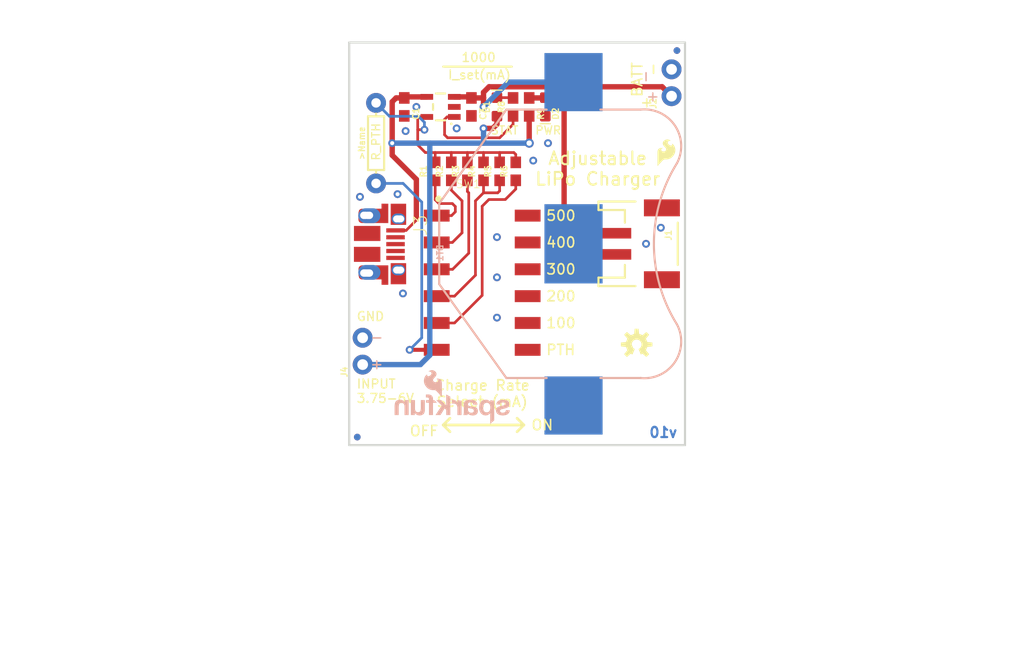
<source format=kicad_pcb>
(kicad_pcb (version 20171130) (host pcbnew "(5.1.12)-1")

  (general
    (thickness 1.6)
    (drawings 40)
    (tracks 126)
    (zones 0)
    (modules 28)
    (nets 20)
  )

  (page A4)
  (layers
    (0 Top signal)
    (31 Bottom signal)
    (32 B.Adhes user)
    (33 F.Adhes user)
    (34 B.Paste user)
    (35 F.Paste user)
    (36 B.SilkS user)
    (37 F.SilkS user)
    (38 B.Mask user)
    (39 F.Mask user)
    (40 Dwgs.User user)
    (41 Cmts.User user)
    (42 Eco1.User user)
    (43 Eco2.User user)
    (44 Edge.Cuts user)
    (45 Margin user)
    (46 B.CrtYd user)
    (47 F.CrtYd user)
    (48 B.Fab user)
    (49 F.Fab user)
  )

  (setup
    (last_trace_width 0.25)
    (trace_clearance 0.1778)
    (zone_clearance 0.508)
    (zone_45_only no)
    (trace_min 0.2)
    (via_size 0.8)
    (via_drill 0.4)
    (via_min_size 0.4)
    (via_min_drill 0.3)
    (uvia_size 0.3)
    (uvia_drill 0.1)
    (uvias_allowed no)
    (uvia_min_size 0.2)
    (uvia_min_drill 0.1)
    (edge_width 0.05)
    (segment_width 0.2)
    (pcb_text_width 0.3)
    (pcb_text_size 1.5 1.5)
    (mod_edge_width 0.12)
    (mod_text_size 1 1)
    (mod_text_width 0.15)
    (pad_size 1.524 1.524)
    (pad_drill 0.762)
    (pad_to_mask_clearance 0)
    (aux_axis_origin 0 0)
    (visible_elements FFFFFF7F)
    (pcbplotparams
      (layerselection 0x010fc_ffffffff)
      (usegerberextensions false)
      (usegerberattributes true)
      (usegerberadvancedattributes true)
      (creategerberjobfile true)
      (excludeedgelayer true)
      (linewidth 0.100000)
      (plotframeref false)
      (viasonmask false)
      (mode 1)
      (useauxorigin false)
      (hpglpennumber 1)
      (hpglpenspeed 20)
      (hpglpendiameter 15.000000)
      (psnegative false)
      (psa4output false)
      (plotreference true)
      (plotvalue true)
      (plotinvisibletext false)
      (padsonsilk false)
      (subtractmaskfromsilk false)
      (outputformat 1)
      (mirror false)
      (drillshape 1)
      (scaleselection 1)
      (outputdirectory ""))
  )

  (net 0 "")
  (net 1 GND)
  (net 2 V_BATT)
  (net 3 VCC)
  (net 4 "Net-(R7-PadP$1)")
  (net 5 "Net-(R6-Pad1)")
  (net 6 "Net-(R4-Pad1)")
  (net 7 "Net-(R3-Pad1)")
  (net 8 "Net-(R2-Pad1)")
  (net 9 "Net-(R1-Pad1)")
  (net 10 /PROG)
  (net 11 "Net-(R8-Pad1)")
  (net 12 "Net-(D1-PadC)")
  (net 13 "Net-(J1-PadNC2)")
  (net 14 "Net-(J1-PadNC1)")
  (net 15 "Net-(J3-PadP$1)")
  (net 16 "Net-(J3-PadD-)")
  (net 17 "Net-(J3-PadD+)")
  (net 18 "Net-(J3-PadID)")
  (net 19 "Net-(D2-PadA)")

  (net_class Default "This is the default net class."
    (clearance 0.1778)
    (trace_width 0.25)
    (via_dia 0.8)
    (via_drill 0.4)
    (uvia_dia 0.3)
    (uvia_drill 0.1)
    (add_net /PROG)
    (add_net GND)
    (add_net "Net-(D1-PadC)")
    (add_net "Net-(D2-PadA)")
    (add_net "Net-(J1-PadNC1)")
    (add_net "Net-(J1-PadNC2)")
    (add_net "Net-(J3-PadD+)")
    (add_net "Net-(J3-PadD-)")
    (add_net "Net-(J3-PadID)")
    (add_net "Net-(J3-PadP$1)")
    (add_net "Net-(R1-Pad1)")
    (add_net "Net-(R2-Pad1)")
    (add_net "Net-(R3-Pad1)")
    (add_net "Net-(R4-Pad1)")
    (add_net "Net-(R6-Pad1)")
    (add_net "Net-(R7-PadP$1)")
    (add_net "Net-(R8-Pad1)")
    (add_net VCC)
    (add_net V_BATT)
  )

  (module Sparkfun_Adjustable_LiPo_Charger:BATTCON_24.5MM_SMD (layer Bottom) (tedit 0) (tstamp 646E4AFE)
    (at 153.8351 105.0036 90)
    (descr "<h3>24.5mm Coin Cell Battery (CR2450) Holder - PTH</h3>\n<p>Through hole 24.5 mm coin cell holder. Holds battery in place with friction. Metal housing is +, PCB pad underneath is -.</p>\n<p><a href=\"http://www.sparkfun.com/datasheets/Batteries/Coin_Cell_Holder_245mm-3009.pdf\">Datasheet</a></p>\n<h4>Devices Using</h4>\n<ul><li>BATTERY</li></ul>")
    (path /A8E642DB)
    (fp_text reference BT1 (at 0 -12.954 90) (layer B.SilkS)
      (effects (font (size 0.57912 0.57912) (thickness 0.12192)) (justify left top mirror))
    )
    (fp_text value BATTERY-24.5MM_SMD (at 0 -12.446 90) (layer B.Fab)
      (effects (font (size 0.57912 0.57912) (thickness 0.12192)) (justify left top mirror))
    )
    (fp_poly (pts (xy 10.795 3.81) (xy 18.415 3.81) (xy 18.415 -3.81) (xy 10.795 -3.81)) (layer B.Paste) (width 0))
    (fp_poly (pts (xy -18.415 3.81) (xy -10.795 3.81) (xy -10.795 -3.81) (xy -18.415 -3.81)) (layer B.Paste) (width 0))
    (fp_poly (pts (xy 17.78 2.54) (xy 12.7 2.54) (xy 12.7 -2.54) (xy 17.78 -2.54)) (layer B.Fab) (width 0))
    (fp_poly (pts (xy -12.7 2.54) (xy -17.78 2.54) (xy -17.78 -2.54) (xy -12.7 -2.54)) (layer B.Fab) (width 0))
    (fp_circle (center 0 0) (end 12.25 0) (layer B.Fab) (width 0.2032))
    (fp_line (start 12.7 6.35) (end 12.7 2.54) (layer B.SilkS) (width 0.2032))
    (fp_line (start -12.7 6.35) (end -12.7 2.54) (layer B.SilkS) (width 0.2032))
    (fp_arc (start 9.244024 6.707499) (end 12.7 6.35) (angle 123.773101) (layer B.SilkS) (width 0.2032))
    (fp_arc (start -9.244159 6.707699) (end -12.7 6.35) (angle -123.780121) (layer B.SilkS) (width 0.2032))
    (fp_line (start -12.7 -6.35) (end -12.7 -2.54) (layer B.SilkS) (width 0.2032))
    (fp_line (start 12.7 -6.35) (end 12.7 -2.54) (layer B.SilkS) (width 0.2032))
    (fp_arc (start 0 22.0244) (end -7.62 9.779) (angle 63.785901) (layer B.SilkS) (width 0.2032))
    (fp_line (start 3.81 -12.7) (end 12.7 -6.35) (layer B.SilkS) (width 0.2032))
    (fp_line (start -3.81 -12.7) (end -12.7 -6.35) (layer B.SilkS) (width 0.2032))
    (fp_line (start -3.81 -12.7) (end 3.81 -12.7) (layer B.SilkS) (width 0.2032))
    (pad 3 smd rect (at 15.3 0 90) (size 5.5 5.5) (layers Bottom B.Mask)
      (net 2 V_BATT) (solder_mask_margin 0.1016))
    (pad 1 smd rect (at -15.3 0 90) (size 5.5 5.5) (layers Bottom B.Mask)
      (solder_mask_margin 0.1016))
    (pad 2 smd rect (at 0 0 90) (size 7.5 5.5) (layers Bottom B.Paste B.Mask)
      (net 1 GND) (solder_mask_margin 0.1016))
  )

  (module Sparkfun_Adjustable_LiPo_Charger:0603 (layer Top) (tedit 0) (tstamp 646E4B13)
    (at 137.8331 92.0496 270)
    (descr "<p><b>Generic 1608 (0603) package</b></p>\n<p>0.2mm courtyard excess rounded to nearest 0.05mm.</p>")
    (path /5D5D4D2F)
    (fp_text reference C1 (at 0 -0.762 270) (layer F.SilkS)
      (effects (font (size 0.57912 0.57912) (thickness 0.12192)) (justify right top))
    )
    (fp_text value 4.7uF (at 0 0.762 270) (layer F.Fab)
      (effects (font (size 0.57912 0.57912) (thickness 0.12192)) (justify right top))
    )
    (fp_poly (pts (xy -0.1999 0.3) (xy 0.1999 0.3) (xy 0.1999 -0.3) (xy -0.1999 -0.3)) (layer F.Adhes) (width 0))
    (fp_poly (pts (xy 0.3302 0.4699) (xy 0.8303 0.4699) (xy 0.8303 -0.4801) (xy 0.3302 -0.4801)) (layer F.Fab) (width 0))
    (fp_poly (pts (xy -0.8382 0.4699) (xy -0.3381 0.4699) (xy -0.3381 -0.4801) (xy -0.8382 -0.4801)) (layer F.Fab) (width 0))
    (fp_line (start -0.356 0.419) (end 0.356 0.419) (layer F.Fab) (width 0.1016))
    (fp_line (start -0.356 -0.432) (end 0.356 -0.432) (layer F.Fab) (width 0.1016))
    (fp_line (start -1.6 0.7) (end -1.6 -0.7) (layer Dwgs.User) (width 0.0508))
    (fp_line (start 1.6 0.7) (end -1.6 0.7) (layer Dwgs.User) (width 0.0508))
    (fp_line (start 1.6 -0.7) (end 1.6 0.7) (layer Dwgs.User) (width 0.0508))
    (fp_line (start -1.6 -0.7) (end 1.6 -0.7) (layer Dwgs.User) (width 0.0508))
    (pad 2 smd rect (at 0.85 0 270) (size 1.1 1) (layers Top F.Paste F.Mask)
      (net 1 GND) (solder_mask_margin 0.1016))
    (pad 1 smd rect (at -0.85 0 270) (size 1.1 1) (layers Top F.Paste F.Mask)
      (net 3 VCC) (solder_mask_margin 0.1016))
  )

  (module Sparkfun_Adjustable_LiPo_Charger:0603 (layer Top) (tedit 0) (tstamp 646E4B21)
    (at 144.1831 92.0496 270)
    (descr "<p><b>Generic 1608 (0603) package</b></p>\n<p>0.2mm courtyard excess rounded to nearest 0.05mm.</p>")
    (path /79637687)
    (fp_text reference C3 (at 0 -0.762 270) (layer F.SilkS)
      (effects (font (size 0.57912 0.57912) (thickness 0.12192)) (justify right top))
    )
    (fp_text value 4.7uF (at 0 0.762 270) (layer F.Fab)
      (effects (font (size 0.57912 0.57912) (thickness 0.12192)) (justify right top))
    )
    (fp_poly (pts (xy -0.1999 0.3) (xy 0.1999 0.3) (xy 0.1999 -0.3) (xy -0.1999 -0.3)) (layer F.Adhes) (width 0))
    (fp_poly (pts (xy 0.3302 0.4699) (xy 0.8303 0.4699) (xy 0.8303 -0.4801) (xy 0.3302 -0.4801)) (layer F.Fab) (width 0))
    (fp_poly (pts (xy -0.8382 0.4699) (xy -0.3381 0.4699) (xy -0.3381 -0.4801) (xy -0.8382 -0.4801)) (layer F.Fab) (width 0))
    (fp_line (start -0.356 0.419) (end 0.356 0.419) (layer F.Fab) (width 0.1016))
    (fp_line (start -0.356 -0.432) (end 0.356 -0.432) (layer F.Fab) (width 0.1016))
    (fp_line (start -1.6 0.7) (end -1.6 -0.7) (layer Dwgs.User) (width 0.0508))
    (fp_line (start 1.6 0.7) (end -1.6 0.7) (layer Dwgs.User) (width 0.0508))
    (fp_line (start 1.6 -0.7) (end 1.6 0.7) (layer Dwgs.User) (width 0.0508))
    (fp_line (start -1.6 -0.7) (end 1.6 -0.7) (layer Dwgs.User) (width 0.0508))
    (pad 2 smd rect (at 0.85 0 270) (size 1.1 1) (layers Top F.Paste F.Mask)
      (net 1 GND) (solder_mask_margin 0.1016))
    (pad 1 smd rect (at -0.85 0 270) (size 1.1 1) (layers Top F.Paste F.Mask)
      (net 2 V_BATT) (solder_mask_margin 0.1016))
  )

  (module Sparkfun_Adjustable_LiPo_Charger:LED-0603 (layer Top) (tedit 0) (tstamp 646E4B2F)
    (at 146.5961 92.0496 90)
    (descr "<B>LED 0603 SMT</B><p>\n0603, surface mount.\n<p>Specifications:\n<ul><li>Pin count: 2</li>\n<li>Pin pitch:0.075inch </li>\n<li>Area: 0.06\" x 0.03\"</li>\n</ul></p>\n<p>Example device(s):\n<ul><li>LED - BLUE</li>")
    (path /E3F3FA9B)
    (fp_text reference D1 (at 0 -0.635 90) (layer F.SilkS)
      (effects (font (size 0.57912 0.57912) (thickness 0.12192)) (justify bottom))
    )
    (fp_text value BLUE (at 0 0.635 90) (layer F.Fab)
      (effects (font (size 0.57912 0.57912) (thickness 0.12192)) (justify top))
    )
    (fp_line (start 0.15875 0) (end -0.15875 0.3175) (layer F.Fab) (width 0.127))
    (fp_line (start 0.15875 0) (end -0.15875 -0.3175) (layer F.Fab) (width 0.127))
    (fp_line (start 0.15875 0) (end 0.15875 0.47625) (layer F.Fab) (width 0.127))
    (fp_line (start 0.15875 -0.47625) (end 0.15875 0) (layer F.Fab) (width 0.127))
    (fp_line (start 1.5875 -0.47625) (end 1.5875 0.47625) (layer F.SilkS) (width 0.127))
    (pad A smd roundrect (at -0.877 0) (size 1 1) (layers Top F.Paste F.Mask) (roundrect_rratio 0.15)
      (net 3 VCC) (solder_mask_margin 0.1016))
    (pad C smd roundrect (at 0.877 0) (size 1 1) (layers Top F.Paste F.Mask) (roundrect_rratio 0.15)
      (net 12 "Net-(D1-PadC)") (solder_mask_margin 0.1016))
  )

  (module Sparkfun_Adjustable_LiPo_Charger:FIDUCIAL-MICRO (layer Top) (tedit 0) (tstamp 646E4B39)
    (at 163.6141 86.7156)
    (descr "<h3>Fiducial - Circle, 0.25in</h3>\n<p>Point-of-reference for pick-and-place machines and other optical instruments.</p>\n<p>Devices using:\n<ul><li>FIDUCIAL</li></ul></p>")
    (path /FEEA320C)
    (fp_text reference FD1 (at 0 0) (layer F.SilkS) hide
      (effects (font (size 1.27 1.27) (thickness 0.15)))
    )
    (fp_text value FIDUCIALUFIDUCIAL (at 0 0) (layer F.SilkS) hide
      (effects (font (size 1.27 1.27) (thickness 0.15)))
    )
    (pad 1 smd roundrect (at 0 0) (size 0.635 0.635) (layers Top F.Mask) (roundrect_rratio 0.5)
      (solder_mask_margin 0.1016))
  )

  (module Sparkfun_Adjustable_LiPo_Charger:FIDUCIAL-MICRO (layer Top) (tedit 0) (tstamp 646E4B3D)
    (at 133.3881 123.2916)
    (descr "<h3>Fiducial - Circle, 0.25in</h3>\n<p>Point-of-reference for pick-and-place machines and other optical instruments.</p>\n<p>Devices using:\n<ul><li>FIDUCIAL</li></ul></p>")
    (path /95FAA9EC)
    (fp_text reference FD2 (at 0 0) (layer F.SilkS) hide
      (effects (font (size 1.27 1.27) (thickness 0.15)))
    )
    (fp_text value FIDUCIALUFIDUCIAL (at 0 0) (layer F.SilkS) hide
      (effects (font (size 1.27 1.27) (thickness 0.15)))
    )
    (pad 1 smd roundrect (at 0 0) (size 0.635 0.635) (layers Top F.Mask) (roundrect_rratio 0.5)
      (solder_mask_margin 0.1016))
  )

  (module Sparkfun_Adjustable_LiPo_Charger:CREATIVE_COMMONS (layer Top) (tedit 0) (tstamp 646E4B41)
    (at 119.9261 144.3736)
    (descr "<h3>Creative Commons License Template</h3>\n<p>CC BY-SA 4.0 License with <a href=\"https://creativecommons.org/licenses/by-sa/4.0/\">link to license</a> and placeholder for designer name.</p>\n<p>Devices using:\n<ul><li>FRAME_LEDGER</li>\n<li>FRAME_LETTER</li></ul></p>")
    (path /CC96BE83)
    (fp_text reference FRAME1 (at 0 0) (layer F.SilkS) hide
      (effects (font (size 1.27 1.27) (thickness 0.15)))
    )
    (fp_text value FRAME-LETTER (at 0 0) (layer F.SilkS) hide
      (effects (font (size 1.27 1.27) (thickness 0.15)))
    )
    (fp_text user "Designed by:" (at 11.43 0) (layer F.Fab)
      (effects (font (size 1.6891 1.6891) (thickness 0.14224)) (justify left bottom))
    )
    (fp_text user " https://creativecommons.org/licenses/by-sa/4.0/" (at 0 -2.54) (layer F.Fab)
      (effects (font (size 1.6891 1.6891) (thickness 0.14224)) (justify left bottom))
    )
    (fp_text user "Released under the Creative Commons Attribution Share-Alike 4.0 License" (at -20.32 -5.08) (layer F.Fab)
      (effects (font (size 1.6891 1.6891) (thickness 0.14224)) (justify left bottom))
    )
  )

  (module Sparkfun_Adjustable_LiPo_Charger:JST-2-SMD (layer Top) (tedit 0) (tstamp 646E4B47)
    (at 160.6931 105.0036 270)
    (descr "<h3>JST-Right Angle Male Header SMT</h3>\n<p>Specifications:\n<ul><li>Pin count: 2</li>\n<li>Pin pitch: 2mm</li>\n</ul></p>\n<p><a href=”http://www.4uconnector.com/online/object/4udrawing/20404.pdf”>Datasheet referenced for footprint</a></p>\n<p>Example device(s):\n<ul><li>CONN_02</li>\n<li>JST_2MM_MALE</li>\n</ul></p>")
    (path /449C7C68)
    (fp_text reference J1 (at -1.397 -1.778 270) (layer F.SilkS)
      (effects (font (size 0.57912 0.57912) (thickness 0.12192)) (justify right top))
    )
    (fp_text value JST_2MM_MALE (at -1.651 -0.635 270) (layer F.Fab)
      (effects (font (size 0.57912 0.57912) (thickness 0.12192)) (justify right top))
    )
    (fp_line (start 2 -3) (end -2 -3) (layer F.SilkS) (width 0.2032))
    (fp_line (start 4 4.5) (end 4 1) (layer F.SilkS) (width 0.2032))
    (fp_line (start 3.2 4.5) (end 4 4.5) (layer F.SilkS) (width 0.2032))
    (fp_line (start 3.2 2) (end 3.2 4.5) (layer F.SilkS) (width 0.2032))
    (fp_line (start 2 2) (end 3.2 2) (layer F.SilkS) (width 0.2032))
    (fp_line (start -3.2 2) (end -2 2) (layer F.SilkS) (width 0.2032))
    (fp_line (start -3.2 4.5) (end -3.2 2) (layer F.SilkS) (width 0.2032))
    (fp_line (start -4 4.5) (end -3.2 4.5) (layer F.SilkS) (width 0.2032))
    (fp_line (start -4 1) (end -4 4.5) (layer F.SilkS) (width 0.2032))
    (pad NC2 smd rect (at 3.4 -1.5) (size 3.4 1.6) (layers Top F.Paste F.Mask)
      (net 13 "Net-(J1-PadNC2)") (solder_mask_margin 0.1016))
    (pad NC1 smd rect (at -3.4 -1.5) (size 3.4 1.6) (layers Top F.Paste F.Mask)
      (net 14 "Net-(J1-PadNC1)") (solder_mask_margin 0.1016))
    (pad 2 smd rect (at 1 3.7 270) (size 1 4.6) (layers Top F.Paste F.Mask)
      (net 2 V_BATT) (solder_mask_margin 0.1016))
    (pad 1 smd rect (at -1 3.7 270) (size 1 4.6) (layers Top F.Paste F.Mask)
      (net 1 GND) (solder_mask_margin 0.1016))
  )

  (module Sparkfun_Adjustable_LiPo_Charger:1X02_NO_SILK (layer Top) (tedit 0) (tstamp 646E4B57)
    (at 163.1061 91.0336 90)
    (descr "<h3>Plated Through Hole - No Silk Outline</h3>\n<p>Specifications:\n<ul><li>Pin count:2</li>\n<li>Pin pitch:0.1\"</li>\n</ul></p>\n<p>Example device(s):\n<ul><li>CONN_02</li>\n</ul></p>")
    (path /C3E76336)
    (fp_text reference J2 (at -1.27 -1.397 90) (layer F.SilkS)
      (effects (font (size 0.57912 0.57912) (thickness 0.12192)) (justify left bottom))
    )
    (fp_text value CONN_021X02_NO_SILK (at -1.27 2.032 90) (layer F.Fab)
      (effects (font (size 0.57912 0.57912) (thickness 0.12192)) (justify left bottom))
    )
    (fp_poly (pts (xy -0.254 0.254) (xy 0.254 0.254) (xy 0.254 -0.254) (xy -0.254 -0.254)) (layer F.Fab) (width 0))
    (fp_poly (pts (xy 2.286 0.254) (xy 2.794 0.254) (xy 2.794 -0.254) (xy 2.286 -0.254)) (layer F.Fab) (width 0))
    (pad 2 thru_hole circle (at 2.54 0 180) (size 1.8796 1.8796) (drill 1.016) (layers *.Cu *.Mask)
      (net 1 GND) (solder_mask_margin 0.1016))
    (pad 1 thru_hole circle (at 0 0 180) (size 1.8796 1.8796) (drill 1.016) (layers *.Cu *.Mask)
      (net 2 V_BATT) (solder_mask_margin 0.1016))
  )

  (module Sparkfun_Adjustable_LiPo_Charger:USB-MICROB-PTH (layer Top) (tedit 0) (tstamp 646E4B5E)
    (at 135.6741 105.0036 270)
    (path /B665FDA9)
    (fp_text reference J3 (at -2.838581 -2.985918 270) (layer F.SilkS)
      (effects (font (size 1.2065 1.2065) (thickness 0.1016)) (justify right top))
    )
    (fp_text value USB_MICRO-B_HALF_PTH (at -3.601581 4.478081 270) (layer F.Fab)
      (effects (font (size 1.2065 1.2065) (thickness 0.1016)) (justify right top))
    )
    (fp_poly (pts (xy 1.201418 -2.143918) (xy 1.451418 -2.143918) (xy 1.451418 -0.513918) (xy 1.201418 -0.513918)) (layer F.Paste) (width 0))
    (fp_poly (pts (xy 0.551418 -2.153918) (xy 0.801418 -2.153918) (xy 0.801418 -0.523918) (xy 0.551418 -0.523918)) (layer F.Paste) (width 0))
    (fp_poly (pts (xy -0.108581 -2.153918) (xy 0.141418 -2.153918) (xy 0.141418 -0.523918) (xy -0.108581 -0.523918)) (layer F.Paste) (width 0))
    (fp_poly (pts (xy -0.758581 -2.143918) (xy -0.508581 -2.143918) (xy -0.508581 -0.513918) (xy -0.758581 -0.513918)) (layer F.Paste) (width 0))
    (fp_poly (pts (xy -1.398581 -2.143918) (xy -1.148581 -2.143918) (xy -1.148581 -0.513918) (xy -1.398581 -0.513918)) (layer F.Paste) (width 0))
    (fp_poly (pts (xy 3.411218 0.106681) (xy 3.893818 0.106681) (xy 3.893818 -0.680718) (xy 2.014218 -0.680718)
      (xy 2.014218 1.859281) (xy 2.039353 1.985643) (xy 2.110931 2.092768) (xy 2.344418 2.189481)
      (xy 3.081018 2.189481) (xy 3.233418 2.148646) (xy 3.344983 2.037081) (xy 3.385818 1.884681)
      (xy 3.385818 0.132081)) (layer F.Paste) (width 0))
    (fp_poly (pts (xy -3.370581 0.132081) (xy -3.827781 0.132081) (xy -3.827781 -0.680718) (xy -1.948181 -0.680718)
      (xy -1.948181 1.884681) (xy -1.973316 2.011043) (xy -2.044894 2.118168) (xy -2.278381 2.214881)
      (xy -3.040381 2.214881) (xy -3.192781 2.174046) (xy -3.304346 2.062481) (xy -3.345181 1.910081)
      (xy -3.345181 0.157481)) (layer F.Paste) (width 0))
    (fp_text user "Edge of board" (at 4.613818 2.819081 270) (layer Cmts.User)
      (effects (font (size 1.2065 1.2065) (thickness 0.1016)) (justify left bottom))
    )
    (fp_poly (pts (xy 1.912618 -0.731518) (xy 3.970018 -0.731518) (xy 3.970018 0.107881) (xy 3.462018 0.107881)
      (xy 3.462018 1.859281) (xy 3.436909 2.01091) (xy 3.355686 2.141389) (xy 3.081018 2.265681)
      (xy 2.319018 2.265681) (xy 2.177109 2.242506) (xy 2.054871 2.166789) (xy 1.938018 1.910081)) (layer F.Mask) (width 0))
    (fp_poly (pts (xy -3.878581 -0.731518) (xy -1.871981 -0.731518) (xy -1.871981 0.132081) (xy -1.897381 1.757681)
      (xy -1.897381 1.884681) (xy -1.920556 2.02659) (xy -1.996273 2.148828) (xy -2.252981 2.265681)
      (xy -2.989581 2.265681) (xy -3.14121 2.240572) (xy -3.271689 2.159349) (xy -3.395981 1.884681)
      (xy -3.390981 0.117881) (xy -3.873581 0.117881)) (layer F.Mask) (width 0))
    (fp_poly (pts (xy 3.876418 -0.645918) (xy 3.876418 -0.010918) (xy 3.371418 -0.010918) (xy 3.371418 1.874081)
      (xy 3.323728 2.003834) (xy 3.230015 2.105459) (xy 2.966418 2.169081) (xy 2.366418 2.169081)
      (xy 2.207578 2.131879) (xy 2.08862 2.020241) (xy 2.041418 1.864081) (xy 2.041418 -0.645918)) (layer Top) (width 0))
    (fp_line (start -3.878581 -2.400918) (end 3.921418 -2.400918) (layer Dwgs.User) (width 0.1))
    (fp_line (start -3.878581 2.599081) (end -3.878581 -2.400918) (layer Dwgs.User) (width 0.1))
    (fp_line (start -3.878581 2.926081) (end -3.878581 2.599081) (layer Dwgs.User) (width 0.1))
    (fp_line (start 3.921418 2.926081) (end 3.921418 2.599081) (layer Dwgs.User) (width 0.1))
    (fp_line (start -3.878581 2.926081) (end 3.921418 2.926081) (layer Dwgs.User) (width 0.1))
    (fp_line (start 3.921418 2.599081) (end 3.921418 -2.400918) (layer Dwgs.User) (width 0.1))
    (fp_line (start -3.878581 2.599081) (end 3.921418 2.599081) (layer Dwgs.User) (width 0.1))
    (fp_poly (pts (xy -3.793581 -0.645918) (xy -3.798581 -0.005918) (xy -3.323581 -0.005918) (xy -3.318581 1.884081)
      (xy -3.270891 2.013834) (xy -3.177178 2.115459) (xy -2.913581 2.179081) (xy -2.313581 2.179081)
      (xy -2.152062 2.151879) (xy -2.025783 2.047562) (xy -1.968581 1.894081) (xy -1.963581 -0.645918)) (layer Top) (width 0))
    (pad "" np_thru_hole circle (at 2.766418 1.664081 270) (size 0.7 0.7) (drill 0.7) (layers *.Cu *.Mask))
    (pad "" np_thru_hole circle (at 2.766418 1.496081 270) (size 0.7 0.7) (drill 0.7) (layers *.Cu *.Mask))
    (pad "" np_thru_hole circle (at 2.767418 1.303081 270) (size 0.7 0.7) (drill 0.7) (layers *.Cu *.Mask))
    (pad "" np_thru_hole circle (at 2.768418 1.134081 270) (size 0.7 0.7) (drill 0.7) (layers *.Cu *.Mask))
    (pad "" np_thru_hole circle (at 2.486218 -1.431718 270) (size 0.66 0.66) (drill 0.66) (layers *.Cu *.Mask))
    (pad "" np_thru_hole circle (at 2.480818 -1.540918 270) (size 0.66 0.66) (drill 0.66) (layers *.Cu *.Mask))
    (pad "" np_thru_hole circle (at 2.490818 -1.690918 270) (size 0.66 0.66) (drill 0.66) (layers *.Cu *.Mask))
    (pad "" np_thru_hole circle (at 2.480818 -1.820918 270) (size 0.66 0.66) (drill 0.66) (layers *.Cu *.Mask))
    (pad "" np_thru_hole circle (at -2.353781 -1.431718 270) (size 0.66 0.66) (drill 0.66) (layers *.Cu *.Mask))
    (pad "" np_thru_hole circle (at -2.359181 -1.540918 270) (size 0.66 0.66) (drill 0.66) (layers *.Cu *.Mask))
    (pad "" np_thru_hole circle (at -2.349181 -1.690918 270) (size 0.66 0.66) (drill 0.66) (layers *.Cu *.Mask))
    (pad "" np_thru_hole circle (at -2.359181 -1.820918 270) (size 0.66 0.66) (drill 0.66) (layers *.Cu *.Mask))
    (pad P$4 smd roundrect (at -2.367981 -1.603918) (size 1.3 1) (layers Bottom B.Mask) (roundrect_rratio 0.5)
      (net 15 "Net-(J3-PadP$1)") (solder_mask_margin 0.1016))
    (pad "" np_thru_hole circle (at -2.693581 1.664081 270) (size 0.7 0.7) (drill 0.7) (layers *.Cu *.Mask))
    (pad "" np_thru_hole circle (at -2.693581 1.499081 270) (size 0.7 0.7) (drill 0.7) (layers *.Cu *.Mask))
    (pad "" np_thru_hole circle (at -2.692581 1.300081 270) (size 0.7 0.7) (drill 0.7) (layers *.Cu *.Mask))
    (pad P$3 smd roundrect (at -2.658543 1.143784) (size 2.1 1.4) (layers Bottom B.Mask) (roundrect_rratio 0.5)
      (net 15 "Net-(J3-PadP$1)") (solder_mask_margin 0.1016))
    (pad "" np_thru_hole circle (at -2.692581 1.134081 270) (size 0.7 0.7) (drill 0.7) (layers *.Cu *.Mask))
    (pad P$8 smd roundrect (at 2.701418 1.142081) (size 1.5 1.1) (layers Top F.Paste F.Mask) (roundrect_rratio 0.5)
      (net 15 "Net-(J3-PadP$1)") (solder_mask_margin 0.1016))
    (pad P$1 smd roundrect (at 2.701418 1.142081) (size 2.1 1.4) (layers Bottom B.Mask) (roundrect_rratio 0.5)
      (net 15 "Net-(J3-PadP$1)") (solder_mask_margin 0.1016))
    (pad P$6 smd roundrect (at -2.367981 -1.603918) (size 1.3 1) (layers Top F.Paste F.Mask) (roundrect_rratio 0.5)
      (net 15 "Net-(J3-PadP$1)") (solder_mask_margin 0.1016))
    (pad P$12 smd roundrect (at -2.658543 1.143784) (size 1.5 1.1) (layers Top F.Paste F.Mask) (roundrect_rratio 0.5)
      (net 15 "Net-(J3-PadP$1)") (solder_mask_margin 0.1016))
    (pad P$2 smd roundrect (at 2.487418 -1.593918) (size 1.3 1) (layers Top F.Paste F.Mask) (roundrect_rratio 0.5)
      (net 15 "Net-(J3-PadP$1)") (solder_mask_margin 0.1016))
    (pad P$10 smd roundrect (at 2.481418 -1.597918) (size 1.3 1) (layers Bottom B.Mask) (roundrect_rratio 0.5)
      (net 15 "Net-(J3-PadP$1)") (solder_mask_margin 0.1016))
    (pad SHIELD3 smd rect (at -0.978581 1.349081) (size 2.5 1.425) (layers Top F.Paste F.Mask)
      (net 15 "Net-(J3-PadP$1)") (solder_mask_margin 0.1016))
    (pad SHIELD4 smd rect (at 0.996178 1.351781) (size 2.5 1.425) (layers Top F.Paste F.Mask)
      (net 15 "Net-(J3-PadP$1)") (solder_mask_margin 0.1016))
    (pad SHEILD2 smd rect (at 2.831018 -1.605918) (size 1.46 2) (layers Top F.Paste F.Mask)
      (net 15 "Net-(J3-PadP$1)") (solder_mask_margin 0.1016))
    (pad SHIELD smd rect (at -2.793581 -1.605918) (size 1.46 2) (layers Top F.Paste F.Mask)
      (net 15 "Net-(J3-PadP$1)") (solder_mask_margin 0.1016))
    (pad VBUS smd rect (at -1.268581 -1.330918) (size 1.75 0.4) (layers Top F.Mask)
      (net 3 VCC) (solder_mask_margin 0.1016))
    (pad D- smd rect (at -0.618581 -1.330918) (size 1.75 0.4) (layers Top F.Mask)
      (net 16 "Net-(J3-PadD-)") (solder_mask_margin 0.1016))
    (pad D+ smd rect (at 0.031418 -1.330918) (size 1.75 0.4) (layers Top F.Mask)
      (net 17 "Net-(J3-PadD+)") (solder_mask_margin 0.1016))
    (pad ID smd rect (at 0.681418 -1.330918) (size 1.75 0.4) (layers Top F.Mask)
      (net 18 "Net-(J3-PadID)") (solder_mask_margin 0.1016))
    (pad GND smd rect (at 1.331418 -1.330918) (size 1.75 0.4) (layers Top F.Mask)
      (net 1 GND) (solder_mask_margin 0.1016))
  )

  (module Sparkfun_Adjustable_LiPo_Charger:0603 (layer Top) (tedit 0) (tstamp 646E4B95)
    (at 140.7541 98.1456 90)
    (descr "<p><b>Generic 1608 (0603) package</b></p>\n<p>0.2mm courtyard excess rounded to nearest 0.05mm.</p>")
    (path /6125AC8E)
    (fp_text reference R1 (at 0 -0.762 90) (layer F.SilkS)
      (effects (font (size 0.57912 0.57912) (thickness 0.12192)) (justify bottom))
    )
    (fp_text value 2.0k (at 0 0.762 90) (layer F.Fab)
      (effects (font (size 0.57912 0.57912) (thickness 0.12192)) (justify top))
    )
    (fp_poly (pts (xy -0.1999 0.3) (xy 0.1999 0.3) (xy 0.1999 -0.3) (xy -0.1999 -0.3)) (layer F.Adhes) (width 0))
    (fp_poly (pts (xy 0.3302 0.4699) (xy 0.8303 0.4699) (xy 0.8303 -0.4801) (xy 0.3302 -0.4801)) (layer F.Fab) (width 0))
    (fp_poly (pts (xy -0.8382 0.4699) (xy -0.3381 0.4699) (xy -0.3381 -0.4801) (xy -0.8382 -0.4801)) (layer F.Fab) (width 0))
    (fp_line (start -0.356 0.419) (end 0.356 0.419) (layer F.Fab) (width 0.1016))
    (fp_line (start -0.356 -0.432) (end 0.356 -0.432) (layer F.Fab) (width 0.1016))
    (fp_line (start -1.6 0.7) (end -1.6 -0.7) (layer Dwgs.User) (width 0.0508))
    (fp_line (start 1.6 0.7) (end -1.6 0.7) (layer Dwgs.User) (width 0.0508))
    (fp_line (start 1.6 -0.7) (end 1.6 0.7) (layer Dwgs.User) (width 0.0508))
    (fp_line (start -1.6 -0.7) (end 1.6 -0.7) (layer Dwgs.User) (width 0.0508))
    (pad 2 smd rect (at 0.85 0 90) (size 1.1 1) (layers Top F.Paste F.Mask)
      (net 10 /PROG) (solder_mask_margin 0.1016))
    (pad 1 smd rect (at -0.85 0 90) (size 1.1 1) (layers Top F.Paste F.Mask)
      (net 9 "Net-(R1-Pad1)") (solder_mask_margin 0.1016))
  )

  (module Sparkfun_Adjustable_LiPo_Charger:0603 (layer Top) (tedit 0) (tstamp 646E4BA3)
    (at 142.2781 98.1456 90)
    (descr "<p><b>Generic 1608 (0603) package</b></p>\n<p>0.2mm courtyard excess rounded to nearest 0.05mm.</p>")
    (path /E0747953)
    (fp_text reference R2 (at 0 -0.762 90) (layer F.SilkS)
      (effects (font (size 0.57912 0.57912) (thickness 0.12192)) (justify bottom))
    )
    (fp_text value 2.49k (at 0 0.762 90) (layer F.Fab)
      (effects (font (size 0.57912 0.57912) (thickness 0.12192)) (justify top))
    )
    (fp_poly (pts (xy -0.1999 0.3) (xy 0.1999 0.3) (xy 0.1999 -0.3) (xy -0.1999 -0.3)) (layer F.Adhes) (width 0))
    (fp_poly (pts (xy 0.3302 0.4699) (xy 0.8303 0.4699) (xy 0.8303 -0.4801) (xy 0.3302 -0.4801)) (layer F.Fab) (width 0))
    (fp_poly (pts (xy -0.8382 0.4699) (xy -0.3381 0.4699) (xy -0.3381 -0.4801) (xy -0.8382 -0.4801)) (layer F.Fab) (width 0))
    (fp_line (start -0.356 0.419) (end 0.356 0.419) (layer F.Fab) (width 0.1016))
    (fp_line (start -0.356 -0.432) (end 0.356 -0.432) (layer F.Fab) (width 0.1016))
    (fp_line (start -1.6 0.7) (end -1.6 -0.7) (layer Dwgs.User) (width 0.0508))
    (fp_line (start 1.6 0.7) (end -1.6 0.7) (layer Dwgs.User) (width 0.0508))
    (fp_line (start 1.6 -0.7) (end 1.6 0.7) (layer Dwgs.User) (width 0.0508))
    (fp_line (start -1.6 -0.7) (end 1.6 -0.7) (layer Dwgs.User) (width 0.0508))
    (pad 2 smd rect (at 0.85 0 90) (size 1.1 1) (layers Top F.Paste F.Mask)
      (net 10 /PROG) (solder_mask_margin 0.1016))
    (pad 1 smd rect (at -0.85 0 90) (size 1.1 1) (layers Top F.Paste F.Mask)
      (net 8 "Net-(R2-Pad1)") (solder_mask_margin 0.1016))
  )

  (module Sparkfun_Adjustable_LiPo_Charger:0603 (layer Top) (tedit 0) (tstamp 646E4BB1)
    (at 143.8021 98.1456 90)
    (descr "<p><b>Generic 1608 (0603) package</b></p>\n<p>0.2mm courtyard excess rounded to nearest 0.05mm.</p>")
    (path /8C4D7660)
    (fp_text reference R3 (at 0 -0.762 90) (layer F.SilkS)
      (effects (font (size 0.57912 0.57912) (thickness 0.12192)) (justify bottom))
    )
    (fp_text value 3.3k (at 0 0.762 90) (layer F.Fab)
      (effects (font (size 0.57912 0.57912) (thickness 0.12192)) (justify top))
    )
    (fp_poly (pts (xy -0.1999 0.3) (xy 0.1999 0.3) (xy 0.1999 -0.3) (xy -0.1999 -0.3)) (layer F.Adhes) (width 0))
    (fp_poly (pts (xy 0.3302 0.4699) (xy 0.8303 0.4699) (xy 0.8303 -0.4801) (xy 0.3302 -0.4801)) (layer F.Fab) (width 0))
    (fp_poly (pts (xy -0.8382 0.4699) (xy -0.3381 0.4699) (xy -0.3381 -0.4801) (xy -0.8382 -0.4801)) (layer F.Fab) (width 0))
    (fp_line (start -0.356 0.419) (end 0.356 0.419) (layer F.Fab) (width 0.1016))
    (fp_line (start -0.356 -0.432) (end 0.356 -0.432) (layer F.Fab) (width 0.1016))
    (fp_line (start -1.6 0.7) (end -1.6 -0.7) (layer Dwgs.User) (width 0.0508))
    (fp_line (start 1.6 0.7) (end -1.6 0.7) (layer Dwgs.User) (width 0.0508))
    (fp_line (start 1.6 -0.7) (end 1.6 0.7) (layer Dwgs.User) (width 0.0508))
    (fp_line (start -1.6 -0.7) (end 1.6 -0.7) (layer Dwgs.User) (width 0.0508))
    (pad 2 smd rect (at 0.85 0 90) (size 1.1 1) (layers Top F.Paste F.Mask)
      (net 10 /PROG) (solder_mask_margin 0.1016))
    (pad 1 smd rect (at -0.85 0 90) (size 1.1 1) (layers Top F.Paste F.Mask)
      (net 7 "Net-(R3-Pad1)") (solder_mask_margin 0.1016))
  )

  (module Sparkfun_Adjustable_LiPo_Charger:0603 (layer Top) (tedit 0) (tstamp 646E4BBF)
    (at 145.3261 98.1456 90)
    (descr "<p><b>Generic 1608 (0603) package</b></p>\n<p>0.2mm courtyard excess rounded to nearest 0.05mm.</p>")
    (path /B13F4994)
    (fp_text reference R4 (at 0 -0.762 90) (layer F.SilkS)
      (effects (font (size 0.57912 0.57912) (thickness 0.12192)) (justify bottom))
    )
    (fp_text value 10k (at 0 0.762 90) (layer F.Fab)
      (effects (font (size 0.57912 0.57912) (thickness 0.12192)) (justify top))
    )
    (fp_poly (pts (xy -0.1999 0.3) (xy 0.1999 0.3) (xy 0.1999 -0.3) (xy -0.1999 -0.3)) (layer F.Adhes) (width 0))
    (fp_poly (pts (xy 0.3302 0.4699) (xy 0.8303 0.4699) (xy 0.8303 -0.4801) (xy 0.3302 -0.4801)) (layer F.Fab) (width 0))
    (fp_poly (pts (xy -0.8382 0.4699) (xy -0.3381 0.4699) (xy -0.3381 -0.4801) (xy -0.8382 -0.4801)) (layer F.Fab) (width 0))
    (fp_line (start -0.356 0.419) (end 0.356 0.419) (layer F.Fab) (width 0.1016))
    (fp_line (start -0.356 -0.432) (end 0.356 -0.432) (layer F.Fab) (width 0.1016))
    (fp_line (start -1.6 0.7) (end -1.6 -0.7) (layer Dwgs.User) (width 0.0508))
    (fp_line (start 1.6 0.7) (end -1.6 0.7) (layer Dwgs.User) (width 0.0508))
    (fp_line (start 1.6 -0.7) (end 1.6 0.7) (layer Dwgs.User) (width 0.0508))
    (fp_line (start -1.6 -0.7) (end 1.6 -0.7) (layer Dwgs.User) (width 0.0508))
    (pad 2 smd rect (at 0.85 0 90) (size 1.1 1) (layers Top F.Paste F.Mask)
      (net 10 /PROG) (solder_mask_margin 0.1016))
    (pad 1 smd rect (at -0.85 0 90) (size 1.1 1) (layers Top F.Paste F.Mask)
      (net 6 "Net-(R4-Pad1)") (solder_mask_margin 0.1016))
  )

  (module Sparkfun_Adjustable_LiPo_Charger:0603 (layer Top) (tedit 0) (tstamp 646E4BCD)
    (at 146.8501 98.1456 90)
    (descr "<p><b>Generic 1608 (0603) package</b></p>\n<p>0.2mm courtyard excess rounded to nearest 0.05mm.</p>")
    (path /C1449B59)
    (fp_text reference R5 (at 0 -0.762 90) (layer F.SilkS)
      (effects (font (size 0.57912 0.57912) (thickness 0.12192)) (justify bottom))
    )
    (fp_text value 10k (at 0 0.762 90) (layer F.Fab)
      (effects (font (size 0.57912 0.57912) (thickness 0.12192)) (justify top))
    )
    (fp_poly (pts (xy -0.1999 0.3) (xy 0.1999 0.3) (xy 0.1999 -0.3) (xy -0.1999 -0.3)) (layer F.Adhes) (width 0))
    (fp_poly (pts (xy 0.3302 0.4699) (xy 0.8303 0.4699) (xy 0.8303 -0.4801) (xy 0.3302 -0.4801)) (layer F.Fab) (width 0))
    (fp_poly (pts (xy -0.8382 0.4699) (xy -0.3381 0.4699) (xy -0.3381 -0.4801) (xy -0.8382 -0.4801)) (layer F.Fab) (width 0))
    (fp_line (start -0.356 0.419) (end 0.356 0.419) (layer F.Fab) (width 0.1016))
    (fp_line (start -0.356 -0.432) (end 0.356 -0.432) (layer F.Fab) (width 0.1016))
    (fp_line (start -1.6 0.7) (end -1.6 -0.7) (layer Dwgs.User) (width 0.0508))
    (fp_line (start 1.6 0.7) (end -1.6 0.7) (layer Dwgs.User) (width 0.0508))
    (fp_line (start 1.6 -0.7) (end 1.6 0.7) (layer Dwgs.User) (width 0.0508))
    (fp_line (start -1.6 -0.7) (end 1.6 -0.7) (layer Dwgs.User) (width 0.0508))
    (pad 2 smd rect (at 0.85 0 90) (size 1.1 1) (layers Top F.Paste F.Mask)
      (net 10 /PROG) (solder_mask_margin 0.1016))
    (pad 1 smd rect (at -0.85 0 90) (size 1.1 1) (layers Top F.Paste F.Mask)
      (net 6 "Net-(R4-Pad1)") (solder_mask_margin 0.1016))
  )

  (module Sparkfun_Adjustable_LiPo_Charger:0603 (layer Top) (tedit 0) (tstamp 646E4BDB)
    (at 148.3741 98.1456 90)
    (descr "<p><b>Generic 1608 (0603) package</b></p>\n<p>0.2mm courtyard excess rounded to nearest 0.05mm.</p>")
    (path /1047F363)
    (fp_text reference R6 (at 0 -0.762 90) (layer F.SilkS)
      (effects (font (size 0.57912 0.57912) (thickness 0.12192)) (justify bottom))
    )
    (fp_text value 10k (at 0 0.762 90) (layer F.Fab)
      (effects (font (size 0.57912 0.57912) (thickness 0.12192)) (justify top))
    )
    (fp_poly (pts (xy -0.1999 0.3) (xy 0.1999 0.3) (xy 0.1999 -0.3) (xy -0.1999 -0.3)) (layer F.Adhes) (width 0))
    (fp_poly (pts (xy 0.3302 0.4699) (xy 0.8303 0.4699) (xy 0.8303 -0.4801) (xy 0.3302 -0.4801)) (layer F.Fab) (width 0))
    (fp_poly (pts (xy -0.8382 0.4699) (xy -0.3381 0.4699) (xy -0.3381 -0.4801) (xy -0.8382 -0.4801)) (layer F.Fab) (width 0))
    (fp_line (start -0.356 0.419) (end 0.356 0.419) (layer F.Fab) (width 0.1016))
    (fp_line (start -0.356 -0.432) (end 0.356 -0.432) (layer F.Fab) (width 0.1016))
    (fp_line (start -1.6 0.7) (end -1.6 -0.7) (layer Dwgs.User) (width 0.0508))
    (fp_line (start 1.6 0.7) (end -1.6 0.7) (layer Dwgs.User) (width 0.0508))
    (fp_line (start 1.6 -0.7) (end 1.6 0.7) (layer Dwgs.User) (width 0.0508))
    (fp_line (start -1.6 -0.7) (end 1.6 -0.7) (layer Dwgs.User) (width 0.0508))
    (pad 2 smd rect (at 0.85 0 90) (size 1.1 1) (layers Top F.Paste F.Mask)
      (net 10 /PROG) (solder_mask_margin 0.1016))
    (pad 1 smd rect (at -0.85 0 90) (size 1.1 1) (layers Top F.Paste F.Mask)
      (net 5 "Net-(R6-Pad1)") (solder_mask_margin 0.1016))
  )

  (module Sparkfun_Adjustable_LiPo_Charger:AXIAL-0.3 (layer Top) (tedit 0) (tstamp 646E4BE9)
    (at 135.1661 95.4786 90)
    (descr "<h3>AXIAL-0.3</h3>\n<p>Commonly used for 1/4W through-hole resistors. 0.3\" pitch between holes.</p>")
    (path /8F9D28DB)
    (fp_text reference R7 (at 0 0 90) (layer F.SilkS) hide
      (effects (font (size 1.27 1.27) (thickness 0.15)))
    )
    (fp_text value PTH (at 0 0 90) (layer F.SilkS) hide
      (effects (font (size 1.27 1.27) (thickness 0.15)))
    )
    (fp_text user >Value (at 0 1.016 90) (layer F.Fab)
      (effects (font (size 0.57912 0.57912) (thickness 0.12192)) (justify top))
    )
    (fp_text user >Name (at 0 -1.016 90) (layer F.SilkS)
      (effects (font (size 0.57912 0.57912) (thickness 0.12192)) (justify bottom))
    )
    (fp_line (start -2.54 0) (end -2.794 0) (layer F.SilkS) (width 0.2032))
    (fp_line (start 2.54 0) (end 2.794 0) (layer F.SilkS) (width 0.2032))
    (fp_line (start -2.54 0) (end -2.54 -0.762) (layer F.SilkS) (width 0.2032))
    (fp_line (start -2.54 0.762) (end -2.54 0) (layer F.SilkS) (width 0.2032))
    (fp_line (start 2.54 0.762) (end -2.54 0.762) (layer F.SilkS) (width 0.2032))
    (fp_line (start 2.54 0) (end 2.54 0.762) (layer F.SilkS) (width 0.2032))
    (fp_line (start 2.54 -0.762) (end 2.54 0) (layer F.SilkS) (width 0.2032))
    (fp_line (start -2.54 -0.762) (end 2.54 -0.762) (layer F.SilkS) (width 0.2032))
    (pad P$2 thru_hole circle (at 3.81 0 90) (size 1.8796 1.8796) (drill 0.9) (layers *.Cu *.Mask)
      (net 10 /PROG) (solder_mask_margin 0.1016))
    (pad P$1 thru_hole circle (at -3.81 0 90) (size 1.8796 1.8796) (drill 0.9) (layers *.Cu *.Mask)
      (net 4 "Net-(R7-PadP$1)") (solder_mask_margin 0.1016))
  )

  (module Sparkfun_Adjustable_LiPo_Charger:0603 (layer Top) (tedit 0) (tstamp 646E4BF8)
    (at 148.1201 92.0496 90)
    (descr "<p><b>Generic 1608 (0603) package</b></p>\n<p>0.2mm courtyard excess rounded to nearest 0.05mm.</p>")
    (path /80905056)
    (fp_text reference R8 (at 0 -0.762 90) (layer F.SilkS)
      (effects (font (size 0.57912 0.57912) (thickness 0.12192)) (justify bottom))
    )
    (fp_text value 330 (at 0 0.762 90) (layer F.Fab)
      (effects (font (size 0.57912 0.57912) (thickness 0.12192)) (justify top))
    )
    (fp_poly (pts (xy -0.1999 0.3) (xy 0.1999 0.3) (xy 0.1999 -0.3) (xy -0.1999 -0.3)) (layer F.Adhes) (width 0))
    (fp_poly (pts (xy 0.3302 0.4699) (xy 0.8303 0.4699) (xy 0.8303 -0.4801) (xy 0.3302 -0.4801)) (layer F.Fab) (width 0))
    (fp_poly (pts (xy -0.8382 0.4699) (xy -0.3381 0.4699) (xy -0.3381 -0.4801) (xy -0.8382 -0.4801)) (layer F.Fab) (width 0))
    (fp_line (start -0.356 0.419) (end 0.356 0.419) (layer F.Fab) (width 0.1016))
    (fp_line (start -0.356 -0.432) (end 0.356 -0.432) (layer F.Fab) (width 0.1016))
    (fp_line (start -1.6 0.7) (end -1.6 -0.7) (layer Dwgs.User) (width 0.0508))
    (fp_line (start 1.6 0.7) (end -1.6 0.7) (layer Dwgs.User) (width 0.0508))
    (fp_line (start 1.6 -0.7) (end 1.6 0.7) (layer Dwgs.User) (width 0.0508))
    (fp_line (start -1.6 -0.7) (end 1.6 -0.7) (layer Dwgs.User) (width 0.0508))
    (pad 2 smd rect (at 0.85 0 90) (size 1.1 1) (layers Top F.Paste F.Mask)
      (net 12 "Net-(D1-PadC)") (solder_mask_margin 0.1016))
    (pad 1 smd rect (at -0.85 0 90) (size 1.1 1) (layers Top F.Paste F.Mask)
      (net 11 "Net-(R8-Pad1)") (solder_mask_margin 0.1016))
  )

  (module Sparkfun_Adjustable_LiPo_Charger:DIPSWITCH-06-SMD (layer Top) (tedit 0) (tstamp 646E4C06)
    (at 145.1991 108.6866 270)
    (path /F85A3293)
    (fp_text reference SW1 (at -8.89 2.54) (layer F.SilkS)
      (effects (font (size 0.77216 0.77216) (thickness 0.065024)) (justify left bottom))
    )
    (fp_text value DIP-06 (at 9.525 2.54) (layer F.Fab)
      (effects (font (size 0.77216 0.77216) (thickness 0.065024)) (justify left bottom))
    )
    (fp_poly (pts (xy -7.9375 4.445) (xy -8.09625 4.402463) (xy -8.212463 4.28625) (xy -8.255 4.1275)
      (xy -8.212463 3.96875) (xy -8.09625 3.852537) (xy -7.9375 3.81) (xy -7.77875 3.852537)
      (xy -7.662537 3.96875) (xy -7.62 4.1275) (xy -7.662537 4.28625) (xy -7.77875 4.402463)) (layer F.SilkS) (width 0))
    (fp_text user ON (at -8.001 -2.159 270) (layer F.Fab)
      (effects (font (size 0.77216 0.77216) (thickness 0.065024)) (justify left bottom))
    )
    (fp_line (start 6.985 -1.778) (end 6.985 0.254) (layer F.Fab) (width 0.127))
    (fp_line (start 5.715 -1.778) (end 6.985 -1.778) (layer F.Fab) (width 0.127))
    (fp_line (start 5.715 0.254) (end 5.715 -1.778) (layer F.Fab) (width 0.127))
    (fp_poly (pts (xy 5.715 0.254) (xy 5.715 2.032) (xy 6.985 2.032) (xy 6.985 0.254)) (layer F.Fab) (width 0))
    (fp_line (start 4.445 -1.778) (end 4.445 0.254) (layer F.Fab) (width 0.127))
    (fp_line (start 3.175 -1.778) (end 4.445 -1.778) (layer F.Fab) (width 0.127))
    (fp_line (start 3.175 0.254) (end 3.175 -1.778) (layer F.Fab) (width 0.127))
    (fp_poly (pts (xy 3.175 0.254) (xy 3.175 2.032) (xy 4.445 2.032) (xy 4.445 0.254)) (layer F.Fab) (width 0))
    (fp_line (start 1.905 -1.778) (end 1.905 0.254) (layer F.Fab) (width 0.127))
    (fp_line (start 0.635 -1.778) (end 1.905 -1.778) (layer F.Fab) (width 0.127))
    (fp_line (start 0.635 0.254) (end 0.635 -1.778) (layer F.Fab) (width 0.127))
    (fp_poly (pts (xy 0.635 0.254) (xy 0.635 2.032) (xy 1.905 2.032) (xy 1.905 0.254)) (layer F.Fab) (width 0))
    (fp_line (start -0.635 -1.778) (end -0.635 0.254) (layer F.Fab) (width 0.127))
    (fp_line (start -1.905 -1.778) (end -0.635 -1.778) (layer F.Fab) (width 0.127))
    (fp_line (start -1.905 0.254) (end -1.905 -1.778) (layer F.Fab) (width 0.127))
    (fp_poly (pts (xy -1.905 0.254) (xy -1.905 2.032) (xy -0.635 2.032) (xy -0.635 0.254)) (layer F.Fab) (width 0))
    (fp_line (start -3.175 -1.778) (end -3.175 0.254) (layer F.Fab) (width 0.127))
    (fp_line (start -4.445 -1.778) (end -3.175 -1.778) (layer F.Fab) (width 0.127))
    (fp_line (start -4.445 0.254) (end -4.445 -1.778) (layer F.Fab) (width 0.127))
    (fp_poly (pts (xy -4.445 0.254) (xy -4.445 2.032) (xy -3.175 2.032) (xy -3.175 0.254)) (layer F.Fab) (width 0))
    (fp_line (start -5.715 -1.778) (end -5.715 0.254) (layer F.Fab) (width 0.127))
    (fp_line (start -6.985 -1.778) (end -5.715 -1.778) (layer F.Fab) (width 0.127))
    (fp_line (start -6.985 0.254) (end -6.985 -1.778) (layer F.Fab) (width 0.127))
    (fp_poly (pts (xy -6.985 0.254) (xy -6.985 2.032) (xy -5.715 2.032) (xy -5.715 0.254)) (layer F.Fab) (width 0))
    (fp_line (start 8.355 3.35) (end -8.355 3.35) (layer F.Fab) (width 0.127))
    (fp_line (start 8.355 -3.35) (end 8.355 3.35) (layer F.Fab) (width 0.127))
    (fp_line (start -8.355 -3.35) (end 8.355 -3.35) (layer F.Fab) (width 0.127))
    (fp_line (start -8.355 3.35) (end -8.355 -3.35) (layer F.Fab) (width 0.127))
    (pad 7 smd rect (at 6.35 -4.3) (size 2.44 1.13) (layers Top F.Paste F.Mask)
      (net 1 GND) (solder_mask_margin 0.1016))
    (pad 8 smd rect (at 3.81 -4.3) (size 2.44 1.13) (layers Top F.Paste F.Mask)
      (net 1 GND) (solder_mask_margin 0.1016))
    (pad 9 smd rect (at 1.27 -4.3) (size 2.44 1.13) (layers Top F.Paste F.Mask)
      (net 1 GND) (solder_mask_margin 0.1016))
    (pad 10 smd rect (at -1.27 -4.3) (size 2.44 1.13) (layers Top F.Paste F.Mask)
      (net 1 GND) (solder_mask_margin 0.1016))
    (pad 11 smd rect (at -3.81 -4.3) (size 2.44 1.13) (layers Top F.Paste F.Mask)
      (net 1 GND) (solder_mask_margin 0.1016))
    (pad 12 smd rect (at -6.35 -4.3) (size 2.44 1.13) (layers Top F.Paste F.Mask)
      (net 1 GND) (solder_mask_margin 0.1016))
    (pad 6 smd rect (at 6.35 4.3) (size 2.44 1.13) (layers Top F.Paste F.Mask)
      (net 4 "Net-(R7-PadP$1)") (solder_mask_margin 0.1016))
    (pad 5 smd rect (at 3.81 4.3) (size 2.44 1.13) (layers Top F.Paste F.Mask)
      (net 5 "Net-(R6-Pad1)") (solder_mask_margin 0.1016))
    (pad 4 smd rect (at 1.27 4.3) (size 2.44 1.13) (layers Top F.Paste F.Mask)
      (net 6 "Net-(R4-Pad1)") (solder_mask_margin 0.1016))
    (pad 3 smd rect (at -1.27 4.3) (size 2.44 1.13) (layers Top F.Paste F.Mask)
      (net 7 "Net-(R3-Pad1)") (solder_mask_margin 0.1016))
    (pad 2 smd rect (at -3.81 4.3) (size 2.44 1.13) (layers Top F.Paste F.Mask)
      (net 8 "Net-(R2-Pad1)") (solder_mask_margin 0.1016))
    (pad 1 smd rect (at -6.35 4.3) (size 2.44 1.13) (layers Top F.Paste F.Mask)
      (net 9 "Net-(R1-Pad1)") (solder_mask_margin 0.1016))
  )

  (module Sparkfun_Adjustable_LiPo_Charger:SOT23-5 (layer Top) (tedit 0) (tstamp 646E4C33)
    (at 141.2621 92.0496 90)
    (descr "<b>Small Outline Transistor</b>")
    (path /94FABF20)
    (fp_text reference U1 (at -0.889 -2.159 90) (layer F.SilkS)
      (effects (font (size 0.38608 0.38608) (thickness 0.032512)) (justify left bottom))
    )
    (fp_text value MCP73831 (at -0.9525 0.1905 90) (layer F.Fab)
      (effects (font (size 0.38608 0.38608) (thickness 0.032512)) (justify left bottom))
    )
    (fp_circle (center -1.6002 1.016) (end -1.5367 1.016) (layer F.SilkS) (width 0.127))
    (fp_poly (pts (xy -1.2 -0.85) (xy -0.7 -0.85) (xy -0.7 -1.5) (xy -1.2 -1.5)) (layer F.Fab) (width 0))
    (fp_poly (pts (xy 0.7 -0.85) (xy 1.2 -0.85) (xy 1.2 -1.5) (xy 0.7 -1.5)) (layer F.Fab) (width 0))
    (fp_poly (pts (xy 0.7 1.5) (xy 1.2 1.5) (xy 1.2 0.85) (xy 0.7 0.85)) (layer F.Fab) (width 0))
    (fp_poly (pts (xy -0.25 1.5) (xy 0.25 1.5) (xy 0.25 0.85) (xy -0.25 0.85)) (layer F.Fab) (width 0))
    (fp_poly (pts (xy -1.2 1.5) (xy -0.7 1.5) (xy -0.7 0.85) (xy -1.2 0.85)) (layer F.Fab) (width 0))
    (fp_line (start -1.4 -0.8) (end -1.4 0.8) (layer F.Fab) (width 0.1524))
    (fp_line (start 1.4 -0.8) (end 1.4 0.8) (layer F.Fab) (width 0.1524))
    (fp_line (start -0.2684 -0.7088) (end 0.2684 -0.7088) (layer F.SilkS) (width 0.2032))
    (fp_line (start -1.4 -0.8) (end 1.4 -0.8) (layer F.Fab) (width 0.1524))
    (fp_line (start -1.27 0.4294) (end -1.27 -0.4294) (layer F.SilkS) (width 0.2032))
    (fp_line (start 1.4 0.8) (end -1.4 0.8) (layer F.Fab) (width 0.1524))
    (fp_line (start 1.27 -0.4294) (end 1.27 0.4294) (layer F.SilkS) (width 0.2032))
    (pad 5 smd rect (at -0.95 -1.3001 90) (size 0.55 1.2) (layers Top F.Paste F.Mask)
      (net 10 /PROG) (solder_mask_margin 0.1016))
    (pad 4 smd rect (at 0.95 -1.3001 90) (size 0.55 1.2) (layers Top F.Paste F.Mask)
      (net 3 VCC) (solder_mask_margin 0.1016))
    (pad 3 smd rect (at 0.95 1.3001 90) (size 0.55 1.2) (layers Top F.Paste F.Mask)
      (net 2 V_BATT) (solder_mask_margin 0.1016))
    (pad 2 smd rect (at 0 1.3001 90) (size 0.55 1.2) (layers Top F.Paste F.Mask)
      (net 1 GND) (solder_mask_margin 0.1016))
    (pad 1 smd rect (at -0.95 1.3001 90) (size 0.55 1.2) (layers Top F.Paste F.Mask)
      (net 11 "Net-(R8-Pad1)") (solder_mask_margin 0.1016))
  )

  (module Sparkfun_Adjustable_LiPo_Charger:SFE_LOGO_FLAME_.1 (layer Top) (tedit 0) (tstamp 646E4C48)
    (at 161.4551 98.0186)
    (descr "<h3>SparkFun Flame Logo - 0.1\" Height - Silkscreen</h3>\n<p>SparkFun Flame Logo</p>\n<p>Devices using:\n<ul><li>SFE_LOGO_FLAME</li></ul></p>")
    (path /994F8438)
    (fp_text reference LOGO1 (at 0 0) (layer F.SilkS) hide
      (effects (font (size 1.27 1.27) (thickness 0.15)))
    )
    (fp_text value SFE_LOGO_FLAME.1_INCH (at 0 0) (layer F.SilkS) hide
      (effects (font (size 1.27 1.27) (thickness 0.15)))
    )
    (fp_poly (pts (xy 1.7 -2.49) (xy 1.7 -2.4) (xy 1.69 -2.37) (xy 1.68 -2.35)
      (xy 1.65 -2.32) (xy 1.62 -2.31) (xy 1.59 -2.31) (xy 1.51 -2.33)
      (xy 1.47 -2.35) (xy 1.44 -2.37) (xy 1.4 -2.4) (xy 1.34 -2.46)
      (xy 1.3 -2.52) (xy 1.29 -2.56) (xy 1.29 -2.62) (xy 1.3 -2.65)
      (xy 1.31 -2.67) (xy 1.33 -2.7) (xy 1.37 -2.73) (xy 1.41 -2.75)
      (xy 1.46 -2.76) (xy 1.5 -2.77) (xy 1.56 -2.77) (xy 1.58 -2.76)
      (xy 1.59 -2.76) (xy 1.58 -2.77) (xy 1.54 -2.8) (xy 1.4 -2.87)
      (xy 1.31 -2.89) (xy 1.21 -2.89) (xy 1.1 -2.87) (xy 0.99 -2.81)
      (xy 0.9 -2.74) (xy 0.85 -2.66) (xy 0.82 -2.57) (xy 0.82 -2.49)
      (xy 0.84 -2.4) (xy 0.89 -2.31) (xy 0.96 -2.23) (xy 1.04 -2.14)
      (xy 1.11 -2.07) (xy 1.14 -1.99) (xy 1.14 -1.92) (xy 1.12 -1.86)
      (xy 1.08 -1.81) (xy 1.02 -1.77) (xy 0.94 -1.75) (xy 0.86 -1.75)
      (xy 0.81 -1.76) (xy 0.76 -1.78) (xy 0.7 -1.84) (xy 0.68 -1.87)
      (xy 0.67 -1.9) (xy 0.67 -1.94) (xy 0.68 -1.97) (xy 0.74 -2.03)
      (xy 0.77 -2.04) (xy 0.81 -2.06) (xy 0.82 -2.07) (xy 0.78 -2.09)
      (xy 0.66 -2.09) (xy 0.6 -2.08) (xy 0.55 -2.07) (xy 0.5 -2.05)
      (xy 0.46 -2.02) (xy 0.41 -1.98) (xy 0.35 -1.88) (xy 0.33 -1.81)
      (xy 0.32 -1.73) (xy 0.32 -0.36) (xy 0.37 -0.41) (xy 0.4 -0.46)
      (xy 0.45 -0.51) (xy 0.5 -0.57) (xy 0.62 -0.69) (xy 0.74 -0.83)
      (xy 0.84 -0.93) (xy 0.94 -0.99) (xy 1 -1) (xy 1.19 -1)
      (xy 1.31 -1.02) (xy 1.42 -1.05) (xy 1.52 -1.09) (xy 1.62 -1.15)
      (xy 1.7 -1.22) (xy 1.78 -1.3) (xy 1.85 -1.39) (xy 1.95 -1.57)
      (xy 2 -1.76) (xy 2.01 -1.93) (xy 1.98 -2.09) (xy 1.93 -2.24)
      (xy 1.86 -2.35) (xy 1.78 -2.44)) (layer F.SilkS) (width 0))
  )

  (module Sparkfun_Adjustable_LiPo_Charger:OSHW-LOGO-S (layer Top) (tedit 0) (tstamp 646E4C4C)
    (at 159.8041 114.5286)
    (descr "<h3>Open-Source Hardware (OSHW) Logo - Small - Silkscreen</h3>\n<p>Silkscreen logo for open-source hardware designs.</p>\n<p>Devices using:\n<ul><li>OSHW_LOGO</li></ul></p>")
    (path /6CBFEB06)
    (fp_text reference LOGO2 (at 0 0) (layer F.SilkS) hide
      (effects (font (size 1.27 1.27) (thickness 0.15)))
    )
    (fp_text value OSHW-LOGOS (at 0 0) (layer F.SilkS) hide
      (effects (font (size 1.27 1.27) (thickness 0.15)))
    )
    (fp_poly (pts (xy 0.3947 0.9528) (xy 0.5465 0.8746) (xy 0.9235 1.182) (xy 1.182 0.9235)
      (xy 0.8746 0.5465) (xy 1.0049 0.232) (xy 1.4888 0.1828) (xy 1.4888 -0.1828)
      (xy 1.0049 -0.232) (xy 0.8746 -0.5465) (xy 1.182 -0.9235) (xy 0.9235 -1.182)
      (xy 0.5465 -0.8746) (xy 0.394664 -0.952817) (xy 0.232 -1.0049) (xy 0.1828 -1.4888)
      (xy -0.1828 -1.4888) (xy -0.232 -1.0049) (xy -0.5465 -0.8746) (xy -0.9235 -1.182)
      (xy -1.182 -0.9235) (xy -0.8746 -0.5465) (xy -1.0049 -0.232) (xy -1.4888 -0.1828)
      (xy -1.4888 0.1828) (xy -1.0049 0.232) (xy -0.8746 0.5465) (xy -1.182 0.9235)
      (xy -0.9235 1.182) (xy -0.5465 0.8746) (xy -0.472221 0.916847) (xy -0.3947 0.9528)
      (xy -0.1794 0.4331) (xy -0.179399 0.4331) (xy -0.3315 0.331493) (xy -0.4688 0)
      (xy -0.446639 -0.142321) (xy -0.382309 -0.271193) (xy -0.281885 -0.374447) (xy -0.154849 -0.442333)
      (xy -0.013199 -0.468439) (xy 0.129691 -0.450302) (xy 0.260326 -0.389633) (xy 0.366372 -0.292161)
      (xy 0.437814 -0.167091) (xy 0.467906 -0.026234) (xy 0.453806 0.117111) (xy 0.396846 0.249406)
      (xy 0.302405 0.358159) (xy 0.1794 0.4331)) (layer F.SilkS) (width 0))
  )

  (module Sparkfun_Adjustable_LiPo_Charger:SFE_LOGO_NAME_FLAME_.1 (layer Bottom) (tedit 0) (tstamp 646E4C50)
    (at 148.2471 122.1486 180)
    (descr "<h3>SparkFun Font Logo w/ Flame - 0.1\" Height - Silkscreen</h3>\n<p>SparkFun font logo with flame logo</p>\n<p>Devices using:\n<ul><li>SFE_LOGO_NAME_FLAME</li></ul></p>")
    (fp_text reference U$1 (at 0 0 180) (layer B.SilkS) hide
      (effects (font (size 1.27 1.27) (thickness 0.15)) (justify mirror))
    )
    (fp_text value "" (at 0 0 180) (layer B.SilkS) hide
      (effects (font (size 1.27 1.27) (thickness 0.15)) (justify mirror))
    )
    (fp_poly (pts (xy 8.25 4.78) (xy 8.25 4.76) (xy 8.25 4.73) (xy 8.25 4.7)
      (xy 8.24 4.67) (xy 8.23 4.64) (xy 8.2 4.62) (xy 8.17 4.61)
      (xy 8.14 4.61) (xy 8.1 4.61) (xy 8.06 4.63) (xy 8.02 4.65)
      (xy 7.99 4.67) (xy 7.95 4.7) (xy 7.92 4.72) (xy 7.89 4.75)
      (xy 7.87 4.79) (xy 7.85 4.82) (xy 7.84 4.86) (xy 7.83 4.89)
      (xy 7.84 4.92) (xy 7.85 4.94) (xy 7.86 4.97) (xy 7.88 5)
      (xy 7.92 5.03) (xy 7.96 5.05) (xy 8.01 5.06) (xy 8.05 5.07)
      (xy 8.08 5.07) (xy 8.11 5.06) (xy 8.13 5.06) (xy 8.14 5.06)
      (xy 8.13 5.07) (xy 8.09 5.1) (xy 8.03 5.13) (xy 7.95 5.16)
      (xy 7.86 5.19) (xy 7.76 5.19) (xy 7.65 5.17) (xy 7.54 5.11)
      (xy 7.45 5.03) (xy 7.4 4.96) (xy 7.37 4.87) (xy 7.37 4.79)
      (xy 7.39 4.7) (xy 7.44 4.61) (xy 7.51 4.53) (xy 7.59 4.44)
      (xy 7.66 4.36) (xy 7.69 4.29) (xy 7.69 4.22) (xy 7.67 4.16)
      (xy 7.63 4.11) (xy 7.57 4.07) (xy 7.49 4.05) (xy 7.41 4.05)
      (xy 7.36 4.06) (xy 7.31 4.08) (xy 7.28 4.1) (xy 7.25 4.13)
      (xy 7.23 4.17) (xy 7.22 4.2) (xy 7.22 4.23) (xy 7.23 4.26)
      (xy 7.25 4.29) (xy 7.27 4.31) (xy 7.29 4.33) (xy 7.32 4.34)
      (xy 7.34 4.35) (xy 7.36 4.36) (xy 7.37 4.37) (xy 7.35 4.38)
      (xy 7.33 4.38) (xy 7.29 4.39) (xy 7.25 4.39) (xy 7.21 4.39)
      (xy 7.15 4.38) (xy 7.1 4.36) (xy 7.05 4.34) (xy 7.01 4.31)
      (xy 6.96 4.28) (xy 6.93 4.23) (xy 6.9 4.17) (xy 6.88 4.11)
      (xy 6.87 4.02) (xy 6.86 3.93) (xy 6.86 3.77) (xy 6.86 3.61)
      (xy 6.86 3.45) (xy 6.86 3.29) (xy 6.86 3.13) (xy 6.86 2.97)
      (xy 6.86 2.81) (xy 6.86 2.65) (xy 6.87 2.65) (xy 6.89 2.68)
      (xy 6.92 2.71) (xy 6.95 2.75) (xy 7 2.8) (xy 7.05 2.86)
      (xy 7.11 2.92) (xy 7.16 2.99) (xy 7.23 3.06) (xy 7.29 3.12)
      (xy 7.34 3.18) (xy 7.39 3.22) (xy 7.44 3.26) (xy 7.49 3.29)
      (xy 7.55 3.3) (xy 7.62 3.3) (xy 7.74 3.3) (xy 7.86 3.32)
      (xy 7.97 3.35) (xy 8.07 3.39) (xy 8.17 3.45) (xy 8.25 3.52)
      (xy 8.33 3.6) (xy 8.4 3.69) (xy 8.5 3.87) (xy 8.55 4.05)
      (xy 8.56 4.23) (xy 8.53 4.39) (xy 8.48 4.53) (xy 8.41 4.65)
      (xy 8.33 4.74)) (layer B.SilkS) (width 0))
    (fp_poly (pts (xy 10 2.36) (xy 10.05 2.36) (xy 10.1 2.36) (xy 10.14 2.36)
      (xy 10.19 2.36) (xy 10.23 2.36) (xy 10.28 2.36) (xy 10.33 2.36)
      (xy 10.37 2.36) (xy 10.37 2.33) (xy 10.37 2.31) (xy 10.37 2.28)
      (xy 10.37 2.26) (xy 10.37 2.23) (xy 10.37 2.21) (xy 10.37 2.18)
      (xy 10.37 2.16) (xy 10.38 2.16) (xy 10.42 2.22) (xy 10.46 2.26)
      (xy 10.51 2.3) (xy 10.57 2.34) (xy 10.63 2.36) (xy 10.69 2.38)
      (xy 10.75 2.39) (xy 10.81 2.39) (xy 10.95 2.38) (xy 11.06 2.35)
      (xy 11.15 2.3) (xy 11.22 2.23) (xy 11.27 2.15) (xy 11.3 2.05)
      (xy 11.32 1.94) (xy 11.33 1.81) (xy 11.33 1.7) (xy 11.33 1.59)
      (xy 11.33 1.49) (xy 11.33 1.38) (xy 11.33 1.27) (xy 11.33 1.16)
      (xy 11.33 1.05) (xy 11.33 0.94) (xy 11.28 0.94) (xy 11.23 0.94)
      (xy 11.18 0.94) (xy 11.13 0.94) (xy 11.08 0.94) (xy 11.03 0.94)
      (xy 10.99 0.94) (xy 10.94 0.94) (xy 10.94 1.04) (xy 10.94 1.14)
      (xy 10.94 1.24) (xy 10.94 1.34) (xy 10.94 1.44) (xy 10.94 1.54)
      (xy 10.94 1.64) (xy 10.94 1.74) (xy 10.93 1.82) (xy 10.92 1.89)
      (xy 10.91 1.95) (xy 10.88 2) (xy 10.85 2.04) (xy 10.8 2.07)
      (xy 10.75 2.08) (xy 10.69 2.09) (xy 10.61 2.08) (xy 10.55 2.07)
      (xy 10.5 2.04) (xy 10.46 1.99) (xy 10.43 1.94) (xy 10.4 1.87)
      (xy 10.39 1.78) (xy 10.39 1.68) (xy 10.39 1.59) (xy 10.39 1.5)
      (xy 10.39 1.41) (xy 10.39 1.31) (xy 10.39 1.22) (xy 10.39 1.13)
      (xy 10.39 1.03) (xy 10.39 0.94) (xy 10.34 0.94) (xy 10.29 0.94)
      (xy 10.24 0.94) (xy 10.19 0.94) (xy 10.14 0.94) (xy 10.1 0.94)
      (xy 10.05 0.94) (xy 10 0.94) (xy 10 1.12) (xy 10 1.3)
      (xy 10 1.47) (xy 10 1.65) (xy 10 1.83) (xy 10 2)
      (xy 10 2.18)) (layer B.SilkS) (width 0))
    (fp_poly (pts (xy 9.79 0.94) (xy 9.74 0.94) (xy 9.7 0.94) (xy 9.65 0.94)
      (xy 9.6 0.94) (xy 9.56 0.94) (xy 9.51 0.94) (xy 9.47 0.94)
      (xy 9.42 0.94) (xy 9.42 0.97) (xy 9.42 0.99) (xy 9.42 1.02)
      (xy 9.42 1.04) (xy 9.42 1.06) (xy 9.42 1.09) (xy 9.42 1.11)
      (xy 9.42 1.14) (xy 9.41 1.14) (xy 9.37 1.08) (xy 9.33 1.03)
      (xy 9.28 0.99) (xy 9.22 0.96) (xy 9.17 0.94) (xy 9.11 0.92)
      (xy 9.04 0.91) (xy 8.98 0.9) (xy 8.84 0.91) (xy 8.73 0.95)
      (xy 8.64 1) (xy 8.57 1.06) (xy 8.52 1.15) (xy 8.49 1.25)
      (xy 8.47 1.36) (xy 8.47 1.49) (xy 8.47 1.59) (xy 8.47 1.7)
      (xy 8.47 1.81) (xy 8.47 1.92) (xy 8.47 2.03) (xy 8.47 2.14)
      (xy 8.47 2.25) (xy 8.47 2.36) (xy 8.51 2.36) (xy 8.56 2.36)
      (xy 8.61 2.36) (xy 8.66 2.36) (xy 8.71 2.36) (xy 8.76 2.36)
      (xy 8.81 2.36) (xy 8.85 2.36) (xy 8.85 2.26) (xy 8.85 2.16)
      (xy 8.85 2.06) (xy 8.85 1.96) (xy 8.85 1.86) (xy 8.85 1.76)
      (xy 8.85 1.66) (xy 8.85 1.56) (xy 8.86 1.48) (xy 8.87 1.4)
      (xy 8.88 1.34) (xy 8.91 1.3) (xy 8.94 1.26) (xy 8.99 1.23)
      (xy 9.04 1.22) (xy 9.1 1.21) (xy 9.18 1.22) (xy 9.24 1.23)
      (xy 9.29 1.26) (xy 9.33 1.3) (xy 9.36 1.36) (xy 9.39 1.43)
      (xy 9.4 1.51) (xy 9.4 1.61) (xy 9.4 1.71) (xy 9.4 1.8)
      (xy 9.4 1.89) (xy 9.4 1.98) (xy 9.4 2.08) (xy 9.4 2.17)
      (xy 9.4 2.26) (xy 9.4 2.36) (xy 9.45 2.36) (xy 9.5 2.36)
      (xy 9.55 2.36) (xy 9.6 2.36) (xy 9.65 2.36) (xy 9.7 2.36)
      (xy 9.74 2.36) (xy 9.79 2.36) (xy 9.79 2.18) (xy 9.79 2)
      (xy 9.79 1.83) (xy 9.79 1.65) (xy 9.79 1.47) (xy 9.79 1.29)
      (xy 9.79 1.12)) (layer B.SilkS) (width 0))
    (fp_poly (pts (xy 7.7 2.1) (xy 7.65 2.1) (xy 7.6 2.1) (xy 7.55 2.1)
      (xy 7.51 2.1) (xy 7.46 2.1) (xy 7.41 2.1) (xy 7.36 2.1)
      (xy 7.31 2.1) (xy 7.35 2.13) (xy 7.38 2.16) (xy 7.41 2.19)
      (xy 7.45 2.23) (xy 7.48 2.26) (xy 7.51 2.29) (xy 7.55 2.32)
      (xy 7.58 2.36) (xy 7.59 2.36) (xy 7.61 2.36) (xy 7.62 2.36)
      (xy 7.64 2.36) (xy 7.65 2.36) (xy 7.67 2.36) (xy 7.68 2.36)
      (xy 7.7 2.36) (xy 7.7 2.37) (xy 7.7 2.38) (xy 7.7 2.4)
      (xy 7.7 2.41) (xy 7.7 2.42) (xy 7.7 2.44) (xy 7.7 2.45)
      (xy 7.7 2.46) (xy 7.7 2.56) (xy 7.73 2.64) (xy 7.76 2.71)
      (xy 7.81 2.77) (xy 7.88 2.82) (xy 7.96 2.86) (xy 8.06 2.89)
      (xy 8.17 2.89) (xy 8.2 2.89) (xy 8.22 2.89) (xy 8.25 2.89)
      (xy 8.27 2.89) (xy 8.3 2.89) (xy 8.32 2.89) (xy 8.35 2.89)
      (xy 8.37 2.88) (xy 8.37 2.85) (xy 8.37 2.81) (xy 8.37 2.78)
      (xy 8.37 2.74) (xy 8.37 2.7) (xy 8.37 2.67) (xy 8.37 2.63)
      (xy 8.37 2.6) (xy 8.36 2.6) (xy 8.34 2.6) (xy 8.32 2.6)
      (xy 8.3 2.6) (xy 8.29 2.6) (xy 8.27 2.6) (xy 8.25 2.6)
      (xy 8.23 2.6) (xy 8.2 2.6) (xy 8.16 2.59) (xy 8.14 2.58)
      (xy 8.12 2.57) (xy 8.1 2.54) (xy 8.09 2.52) (xy 8.09 2.48)
      (xy 8.08 2.44) (xy 8.08 2.43) (xy 8.08 2.42) (xy 8.08 2.41)
      (xy 8.08 2.4) (xy 8.08 2.39) (xy 8.08 2.38) (xy 8.08 2.37)
      (xy 8.08 2.36) (xy 8.12 2.36) (xy 8.15 2.36) (xy 8.19 2.36)
      (xy 8.22 2.36) (xy 8.25 2.36) (xy 8.29 2.36) (xy 8.32 2.36)
      (xy 8.35 2.36) (xy 8.35 2.32) (xy 8.35 2.29) (xy 8.35 2.26)
      (xy 8.35 2.23) (xy 8.35 2.19) (xy 8.35 2.16) (xy 8.35 2.13)
      (xy 8.35 2.1) (xy 8.32 2.1) (xy 8.29 2.1) (xy 8.25 2.1)
      (xy 8.22 2.1) (xy 8.19 2.1) (xy 8.15 2.1) (xy 8.12 2.1)
      (xy 8.08 2.1) (xy 8.08 1.95) (xy 8.08 1.81) (xy 8.08 1.66)
      (xy 8.08 1.52) (xy 8.08 1.37) (xy 8.08 1.23) (xy 8.08 1.09)
      (xy 8.08 0.94) (xy 8.04 0.94) (xy 7.99 0.94) (xy 7.94 0.94)
      (xy 7.89 0.94) (xy 7.84 0.94) (xy 7.79 0.94) (xy 7.74 0.94)
      (xy 7.7 0.94) (xy 7.7 1.09) (xy 7.7 1.23) (xy 7.7 1.37)
      (xy 7.7 1.52) (xy 7.7 1.66) (xy 7.7 1.81) (xy 7.7 1.95)) (layer B.SilkS) (width 0))
    (fp_poly (pts (xy 6.06 2.68) (xy 6.45 2.89) (xy 6.45 1.85) (xy 6.94 2.36)
      (xy 7.4 2.36) (xy 6.87 1.84) (xy 7.46 0.94) (xy 6.99 0.94)
      (xy 6.6 1.57) (xy 6.45 1.43) (xy 6.45 0.94) (xy 6.06 0.94)) (layer B.SilkS) (width 0))
    (fp_poly (pts (xy 5 2.29) (xy 5.05 2.3) (xy 5.09 2.31) (xy 5.14 2.31)
      (xy 5.19 2.32) (xy 5.23 2.33) (xy 5.28 2.34) (xy 5.33 2.35)
      (xy 5.37 2.36) (xy 5.37 2.32) (xy 5.37 2.29) (xy 5.37 2.26)
      (xy 5.37 2.22) (xy 5.37 2.19) (xy 5.37 2.16) (xy 5.37 2.13)
      (xy 5.37 2.09) (xy 5.41 2.16) (xy 5.45 2.21) (xy 5.5 2.27)
      (xy 5.55 2.31) (xy 5.62 2.35) (xy 5.68 2.37) (xy 5.75 2.39)
      (xy 5.83 2.39) (xy 5.84 2.39) (xy 5.85 2.39) (xy 5.86 2.39)
      (xy 5.87 2.39) (xy 5.88 2.39) (xy 5.89 2.39) (xy 5.9 2.38)
      (xy 5.91 2.38) (xy 5.91 2.33) (xy 5.91 2.29) (xy 5.91 2.24)
      (xy 5.91 2.2) (xy 5.91 2.15) (xy 5.91 2.11) (xy 5.91 2.06)
      (xy 5.91 2.02) (xy 5.9 2.02) (xy 5.88 2.03) (xy 5.86 2.03)
      (xy 5.84 2.03) (xy 5.83 2.03) (xy 5.81 2.03) (xy 5.79 2.03)
      (xy 5.77 2.03) (xy 5.67 2.02) (xy 5.59 2) (xy 5.52 1.96)
      (xy 5.47 1.9) (xy 5.43 1.83) (xy 5.41 1.76) (xy 5.39 1.67)
      (xy 5.39 1.58) (xy 5.39 1.5) (xy 5.39 1.42) (xy 5.39 1.34)
      (xy 5.39 1.26) (xy 5.39 1.18) (xy 5.39 1.1) (xy 5.39 1.02)
      (xy 5.39 0.94) (xy 5.34 0.94) (xy 5.29 0.94) (xy 5.24 0.94)
      (xy 5.19 0.94) (xy 5.14 0.94) (xy 5.1 0.94) (xy 5.05 0.94)
      (xy 5 0.94) (xy 5 1.11) (xy 5 1.28) (xy 5 1.45)
      (xy 5 1.62) (xy 5 1.78) (xy 5 1.95) (xy 5 2.12)) (layer B.SilkS) (width 0))
    (fp_poly (pts (xy 4.01 1.54) (xy 3.98 1.53) (xy 3.96 1.52) (xy 3.95 1.51)
      (xy 3.93 1.5) (xy 3.91 1.49) (xy 3.9 1.48) (xy 3.88 1.47)
      (xy 3.87 1.45) (xy 3.86 1.43) (xy 3.85 1.41) (xy 3.85 1.39)
      (xy 3.84 1.37) (xy 3.84 1.34) (xy 3.84 1.32) (xy 3.85 1.29)
      (xy 3.85 1.27) (xy 3.86 1.25) (xy 3.87 1.24) (xy 3.88 1.22)
      (xy 3.9 1.21) (xy 3.91 1.2) (xy 3.93 1.19) (xy 3.95 1.18)
      (xy 3.97 1.18) (xy 3.99 1.17) (xy 4.01 1.17) (xy 4.03 1.16)
      (xy 4.06 1.16) (xy 4.08 1.16) (xy 4.13 1.17) (xy 4.18 1.17)
      (xy 4.22 1.19) (xy 4.26 1.2) (xy 4.29 1.22) (xy 4.31 1.24)
      (xy 4.33 1.27) (xy 4.35 1.29) (xy 4.36 1.32) (xy 4.37 1.35)
      (xy 4.38 1.37) (xy 4.39 1.4) (xy 4.39 1.43) (xy 4.39 1.45)
      (xy 4.39 1.47) (xy 4.39 1.49) (xy 4.39 1.5) (xy 4.39 1.51)
      (xy 4.39 1.52) (xy 4.39 1.53) (xy 4.39 1.54) (xy 4.39 1.55)
      (xy 4.39 1.56) (xy 4.39 1.57) (xy 4.39 1.58) (xy 4.39 1.59)
      (xy 4.39 1.6) (xy 4.39 1.61) (xy 4.39 1.62) (xy 4.39 1.63)
      (xy 4.38 1.62) (xy 4.37 1.61) (xy 4.35 1.61) (xy 4.33 1.6)
      (xy 4.31 1.59) (xy 4.29 1.59) (xy 4.27 1.58) (xy 4.25 1.58)
      (xy 4.23 1.58) (xy 4.18 1.78) (xy 4.25 1.8) (xy 4.31 1.82)
      (xy 4.36 1.85) (xy 4.39 1.89) (xy 4.39 1.94) (xy 4.39 1.97)
      (xy 4.39 2) (xy 4.38 2.02) (xy 4.37 2.04) (xy 4.36 2.06)
      (xy 4.35 2.07) (xy 4.34 2.09) (xy 4.32 2.1) (xy 4.3 2.11)
      (xy 4.28 2.12) (xy 4.26 2.12) (xy 4.24 2.13) (xy 4.22 2.13)
      (xy 4.19 2.13) (xy 4.17 2.13) (xy 4.14 2.13) (xy 4.12 2.13)
      (xy 4.09 2.13) (xy 4.06 2.13) (xy 4.04 2.12) (xy 4.02 2.11)
      (xy 4 2.1) (xy 3.98 2.09) (xy 3.96 2.08) (xy 3.95 2.07)
      (xy 3.93 2.05) (xy 3.92 2.04) (xy 3.91 2.02) (xy 3.9 1.99)
      (xy 3.89 1.97) (xy 3.89 1.95) (xy 3.89 1.92) (xy 3.86 1.92)
      (xy 3.84 1.92) (xy 3.81 1.92) (xy 3.79 1.92) (xy 3.76 1.92)
      (xy 3.74 1.92) (xy 3.72 1.92) (xy 3.69 1.92) (xy 3.67 1.92)
      (xy 3.64 1.92) (xy 3.62 1.92) (xy 3.59 1.92) (xy 3.57 1.92)
      (xy 3.55 1.92) (xy 3.52 1.92) (xy 3.5 1.92) (xy 3.51 1.98)
      (xy 3.52 2.04) (xy 3.54 2.1) (xy 3.57 2.14) (xy 3.6 2.19)
      (xy 3.63 2.23) (xy 3.67 2.26) (xy 3.72 2.29) (xy 3.77 2.32)
      (xy 3.82 2.34) (xy 3.87 2.35) (xy 3.93 2.37) (xy 3.99 2.38)
      (xy 4.04 2.39) (xy 4.1 2.39) (xy 4.16 2.39) (xy 4.22 2.39)
      (xy 4.27 2.39) (xy 4.32 2.38) (xy 4.38 2.38) (xy 4.43 2.37)
      (xy 4.48 2.35) (xy 4.53 2.34) (xy 4.58 2.32) (xy 4.62 2.29)
      (xy 4.66 2.26) (xy 4.7 2.23) (xy 4.73 2.19) (xy 4.75 2.15)
      (xy 4.77 2.1) (xy 4.78 2.05) (xy 4.78 1.99) (xy 4.78 1.94)
      (xy 4.78 1.9) (xy 4.78 1.85) (xy 4.78 1.8) (xy 4.78 1.76)
      (xy 4.78 1.71) (xy 4.78 1.67) (xy 4.78 1.62) (xy 4.78 1.57)
      (xy 4.78 1.53) (xy 4.78 1.48) (xy 4.78 1.44) (xy 4.78 1.39)
      (xy 4.78 1.34) (xy 4.78 1.3) (xy 4.78 1.25) (xy 4.78 1.23)
      (xy 4.78 1.2) (xy 4.78 1.18) (xy 4.79 1.16) (xy 4.79 1.13)
      (xy 4.79 1.11) (xy 4.79 1.09) (xy 4.79 1.07) (xy 4.8 1.05)
      (xy 4.8 1.03) (xy 4.81 1.01) (xy 4.81 0.99) (xy 4.81 0.98)
      (xy 4.82 0.96) (xy 4.83 0.95) (xy 4.83 0.94) (xy 4.81 0.94)
      (xy 4.78 0.94) (xy 4.76 0.94) (xy 4.73 0.94) (xy 4.71 0.94)
      (xy 4.68 0.94) (xy 4.66 0.94) (xy 4.64 0.94) (xy 4.61 0.94)
      (xy 4.59 0.94) (xy 4.56 0.94) (xy 4.54 0.94) (xy 4.51 0.94)
      (xy 4.49 0.94) (xy 4.46 0.94) (xy 4.44 0.94) (xy 4.44 0.95)
      (xy 4.43 0.96) (xy 4.43 0.97) (xy 4.42 0.98) (xy 4.42 0.99)
      (xy 4.42 1) (xy 4.42 1.01) (xy 4.41 1.02) (xy 4.41 1.03)
      (xy 4.41 1.04) (xy 4.41 1.05) (xy 4.41 1.06) (xy 4.41 1.07)
      (xy 4.41 1.08) (xy 4.39 1.05) (xy 4.36 1.03) (xy 4.34 1.01)
      (xy 4.31 0.99) (xy 4.28 0.98) (xy 4.25 0.96) (xy 4.22 0.95)
      (xy 4.19 0.94) (xy 4.16 0.93) (xy 4.13 0.92) (xy 4.1 0.92)
      (xy 4.07 0.91) (xy 4.03 0.91) (xy 4 0.9) (xy 3.97 0.9)
      (xy 3.94 0.9) (xy 3.89 0.9) (xy 3.84 0.91) (xy 3.79 0.91)
      (xy 3.75 0.92) (xy 3.7 0.94) (xy 3.66 0.96) (xy 3.63 0.98)
      (xy 3.59 1) (xy 3.56 1.03) (xy 3.54 1.06) (xy 3.51 1.1)
      (xy 3.49 1.13) (xy 3.48 1.18) (xy 3.46 1.22) (xy 3.46 1.27)
      (xy 3.45 1.32) (xy 3.47 1.43) (xy 3.5 1.52) (xy 3.54 1.59)
      (xy 3.61 1.65) (xy 3.68 1.69) (xy 3.76 1.72) (xy 3.84 1.74)
      (xy 3.93 1.75)) (layer B.SilkS) (width 0))
    (fp_poly (pts (xy 3.93 1.75) (xy 4.02 1.76) (xy 4.11 1.77) (xy 4.18 1.78)
      (xy 4.23 1.58) (xy 4.21 1.57) (xy 4.19 1.57) (xy 4.16 1.56)
      (xy 4.14 1.56) (xy 4.12 1.56) (xy 4.09 1.55) (xy 4.07 1.55)
      (xy 4.05 1.55) (xy 4.03 1.54) (xy 4.01 1.54)) (layer B.SilkS) (width 0))
    (fp_poly (pts (xy 3.25 1.24) (xy 3.19 1.13) (xy 3.1 1.04) (xy 2.99 0.96)
      (xy 2.87 0.92) (xy 2.72 0.9) (xy 2.66 0.91) (xy 2.6 0.92)
      (xy 2.54 0.93) (xy 2.48 0.96) (xy 2.43 0.99) (xy 2.38 1.02)
      (xy 2.34 1.07) (xy 2.3 1.12) (xy 2.29 1.12) (xy 2.29 0.99)
      (xy 2.29 0.86) (xy 2.29 0.74) (xy 2.29 0.61) (xy 2.29 0.48)
      (xy 2.29 0.35) (xy 2.29 0.23) (xy 2.29 0.1) (xy 2.25 0.14)
      (xy 2.2 0.19) (xy 2.15 0.23) (xy 2.1 0.27) (xy 2.05 0.31)
      (xy 2 0.36) (xy 1.96 0.4) (xy 1.91 0.44) (xy 1.91 0.68)
      (xy 1.91 0.91) (xy 1.91 1.14) (xy 1.91 1.37) (xy 1.91 1.6)
      (xy 1.91 1.83) (xy 1.91 2.06) (xy 1.91 2.29) (xy 1.95 2.3)
      (xy 2 2.31) (xy 2.05 2.31) (xy 2.09 2.32) (xy 2.14 2.33)
      (xy 2.18 2.34) (xy 2.23 2.35) (xy 2.28 2.36) (xy 2.28 2.33)
      (xy 2.28 2.31) (xy 2.28 2.29) (xy 2.28 2.27) (xy 2.28 2.24)
      (xy 2.28 2.22) (xy 2.28 2.2) (xy 2.28 2.18) (xy 2.32 2.23)
      (xy 2.36 2.27) (xy 2.41 2.31) (xy 2.46 2.34) (xy 2.51 2.37)
      (xy 2.57 2.38) (xy 2.63 2.39) (xy 2.7 2.39) (xy 2.85 2.38)
      (xy 2.99 2.33) (xy 3.1 2.26) (xy 3.19 2.16) (xy 3.26 2.05)
      (xy 3.3 1.92) (xy 3.33 1.78) (xy 3.34 1.63) (xy 2.95 1.64)
      (xy 2.95 1.73) (xy 2.94 1.81) (xy 2.91 1.89) (xy 2.88 1.96)
      (xy 2.83 2.02) (xy 2.77 2.06) (xy 2.7 2.09) (xy 2.61 2.1)
      (xy 2.53 2.09) (xy 2.45 2.06) (xy 2.4 2.02) (xy 2.35 1.96)
      (xy 2.32 1.89) (xy 2.29 1.81) (xy 2.28 1.73) (xy 2.28 1.64)
      (xy 2.28 1.56) (xy 2.3 1.48) (xy 2.32 1.4) (xy 2.35 1.33)
      (xy 2.4 1.28) (xy 2.46 1.23) (xy 2.53 1.21) (xy 2.62 1.2)
      (xy 2.7 1.21) (xy 2.78 1.23) (xy 2.84 1.28) (xy 2.88 1.33)
      (xy 2.91 1.4)) (layer B.SilkS) (width 0))
    (fp_poly (pts (xy 2.91 1.4) (xy 2.94 1.48) (xy 2.95 1.56) (xy 2.95 1.64)
      (xy 3.34 1.63) (xy 3.33 1.49) (xy 3.3 1.36) (xy 3.25 1.24)) (layer B.SilkS) (width 0))
    (fp_poly (pts (xy 0.81 1.4) (xy 0.81 1.34) (xy 0.83 1.29) (xy 0.86 1.25)
      (xy 0.9 1.22) (xy 0.94 1.19) (xy 1 1.18) (xy 1.05 1.17)
      (xy 1.11 1.16) (xy 1.15 1.17) (xy 1.19 1.17) (xy 1.23 1.18)
      (xy 1.27 1.2) (xy 1.31 1.23) (xy 1.34 1.26) (xy 1.35 1.3)
      (xy 1.36 1.34) (xy 1.35 1.38) (xy 1.33 1.42) (xy 1.29 1.45)
      (xy 1.24 1.48) (xy 1.18 1.5) (xy 1.1 1.52) (xy 1.02 1.54)
      (xy 0.92 1.56) (xy 0.83 1.58) (xy 0.75 1.61) (xy 0.68 1.64)
      (xy 0.61 1.68) (xy 0.55 1.72) (xy 0.51 1.78) (xy 0.48 1.85)
      (xy 0.47 1.94) (xy 0.48 2.06) (xy 0.52 2.16) (xy 0.59 2.24)
      (xy 0.66 2.3) (xy 0.76 2.35) (xy 0.86 2.37) (xy 0.97 2.39)
      (xy 1.09 2.39) (xy 1.2 2.39) (xy 1.31 2.37) (xy 1.41 2.34)
      (xy 1.5 2.3) (xy 1.58 2.24) (xy 1.64 2.16) (xy 1.69 2.06)
      (xy 1.71 1.94) (xy 1.66 1.94) (xy 1.62 1.94) (xy 1.57 1.94)
      (xy 1.53 1.94) (xy 1.48 1.94) (xy 1.43 1.94) (xy 1.39 1.94)
      (xy 1.34 1.94) (xy 1.33 1.99) (xy 1.31 2.04) (xy 1.29 2.07)
      (xy 1.26 2.09) (xy 1.22 2.11) (xy 1.17 2.13) (xy 1.13 2.13)
      (xy 1.08 2.13) (xy 1.04 2.13) (xy 1 2.13) (xy 0.97 2.12)
      (xy 0.93 2.11) (xy 0.9 2.1) (xy 0.88 2.07) (xy 0.86 2.04)
      (xy 0.86 2) (xy 0.87 1.96) (xy 0.9 1.92) (xy 0.94 1.89)
      (xy 1 1.86) (xy 1.06 1.84) (xy 1.14 1.83) (xy 1.22 1.81)
      (xy 1.3 1.79) (xy 1.38 1.77) (xy 1.47 1.75) (xy 1.54 1.71)
      (xy 1.61 1.67) (xy 1.67 1.62) (xy 1.71 1.56) (xy 1.74 1.49)
      (xy 1.75 1.4) (xy 1.73 1.27) (xy 1.69 1.16) (xy 1.63 1.08)
      (xy 1.55 1.01) (xy 1.45 0.96) (xy 1.34 0.93) (xy 1.22 0.91)
      (xy 1.1 0.9) (xy 0.98 0.91) (xy 0.86 0.93) (xy 0.75 0.96)
      (xy 0.65 1.01) (xy 0.57 1.08) (xy 0.5 1.17) (xy 0.46 1.27)
      (xy 0.44 1.4) (xy 0.48 1.4) (xy 0.53 1.4) (xy 0.58 1.4)
      (xy 0.62 1.4) (xy 0.67 1.4) (xy 0.71 1.4) (xy 0.76 1.4)) (layer B.SilkS) (width 0))
  )

  (module Sparkfun_Adjustable_LiPo_Charger:1X02_NO_SILK (layer Top) (tedit 0) (tstamp 646E4C5E)
    (at 133.8961 116.4336 90)
    (descr "<h3>Plated Through Hole - No Silk Outline</h3>\n<p>Specifications:\n<ul><li>Pin count:2</li>\n<li>Pin pitch:0.1\"</li>\n</ul></p>\n<p>Example device(s):\n<ul><li>CONN_02</li>\n</ul></p>")
    (path /FA7CA15B)
    (fp_text reference J4 (at -1.27 -1.397 90) (layer F.SilkS)
      (effects (font (size 0.57912 0.57912) (thickness 0.12192)) (justify left bottom))
    )
    (fp_text value CONN_021X02_NO_SILK (at -1.27 2.032 90) (layer F.Fab)
      (effects (font (size 0.57912 0.57912) (thickness 0.12192)) (justify left bottom))
    )
    (fp_poly (pts (xy -0.254 0.254) (xy 0.254 0.254) (xy 0.254 -0.254) (xy -0.254 -0.254)) (layer F.Fab) (width 0))
    (fp_poly (pts (xy 2.286 0.254) (xy 2.794 0.254) (xy 2.794 -0.254) (xy 2.286 -0.254)) (layer F.Fab) (width 0))
    (pad 2 thru_hole circle (at 2.54 0 180) (size 1.8796 1.8796) (drill 1.016) (layers *.Cu *.Mask)
      (net 1 GND) (solder_mask_margin 0.1016))
    (pad 1 thru_hole circle (at 0 0 180) (size 1.8796 1.8796) (drill 1.016) (layers *.Cu *.Mask)
      (net 3 VCC) (solder_mask_margin 0.1016))
  )

  (module Sparkfun_Adjustable_LiPo_Charger:LED-0603 (layer Top) (tedit 0) (tstamp 646E4C65)
    (at 151.1681 92.0496 270)
    (descr "<B>LED 0603 SMT</B><p>\n0603, surface mount.\n<p>Specifications:\n<ul><li>Pin count: 2</li>\n<li>Pin pitch:0.075inch </li>\n<li>Area: 0.06\" x 0.03\"</li>\n</ul></p>\n<p>Example device(s):\n<ul><li>LED - BLUE</li>")
    (path /975EB5E2)
    (fp_text reference D2 (at 0 -0.635 270) (layer F.SilkS)
      (effects (font (size 0.57912 0.57912) (thickness 0.12192)) (justify right top))
    )
    (fp_text value RED (at 0 0.635 270) (layer F.Fab)
      (effects (font (size 0.57912 0.57912) (thickness 0.12192)) (justify right top))
    )
    (fp_line (start 0.15875 0) (end -0.15875 0.3175) (layer F.Fab) (width 0.127))
    (fp_line (start 0.15875 0) (end -0.15875 -0.3175) (layer F.Fab) (width 0.127))
    (fp_line (start 0.15875 0) (end 0.15875 0.47625) (layer F.Fab) (width 0.127))
    (fp_line (start 0.15875 -0.47625) (end 0.15875 0) (layer F.Fab) (width 0.127))
    (fp_line (start 1.5875 -0.47625) (end 1.5875 0.47625) (layer F.SilkS) (width 0.127))
    (pad A smd roundrect (at -0.877 0 180) (size 1 1) (layers Top F.Paste F.Mask) (roundrect_rratio 0.15)
      (net 19 "Net-(D2-PadA)") (solder_mask_margin 0.1016))
    (pad C smd roundrect (at 0.877 0 180) (size 1 1) (layers Top F.Paste F.Mask) (roundrect_rratio 0.15)
      (net 1 GND) (solder_mask_margin 0.1016))
  )

  (module Sparkfun_Adjustable_LiPo_Charger:0603 (layer Top) (tedit 0) (tstamp 646E4C6F)
    (at 149.6441 92.0496 270)
    (descr "<p><b>Generic 1608 (0603) package</b></p>\n<p>0.2mm courtyard excess rounded to nearest 0.05mm.</p>")
    (path /F9E2373F)
    (fp_text reference R9 (at 0 -0.762 270) (layer F.SilkS)
      (effects (font (size 0.57912 0.57912) (thickness 0.12192)) (justify right top))
    )
    (fp_text value 470 (at 0 0.762 270) (layer F.Fab)
      (effects (font (size 0.57912 0.57912) (thickness 0.12192)) (justify right top))
    )
    (fp_poly (pts (xy -0.1999 0.3) (xy 0.1999 0.3) (xy 0.1999 -0.3) (xy -0.1999 -0.3)) (layer F.Adhes) (width 0))
    (fp_poly (pts (xy 0.3302 0.4699) (xy 0.8303 0.4699) (xy 0.8303 -0.4801) (xy 0.3302 -0.4801)) (layer F.Fab) (width 0))
    (fp_poly (pts (xy -0.8382 0.4699) (xy -0.3381 0.4699) (xy -0.3381 -0.4801) (xy -0.8382 -0.4801)) (layer F.Fab) (width 0))
    (fp_line (start -0.356 0.419) (end 0.356 0.419) (layer F.Fab) (width 0.1016))
    (fp_line (start -0.356 -0.432) (end 0.356 -0.432) (layer F.Fab) (width 0.1016))
    (fp_line (start -1.6 0.7) (end -1.6 -0.7) (layer Dwgs.User) (width 0.0508))
    (fp_line (start 1.6 0.7) (end -1.6 0.7) (layer Dwgs.User) (width 0.0508))
    (fp_line (start 1.6 -0.7) (end 1.6 0.7) (layer Dwgs.User) (width 0.0508))
    (fp_line (start -1.6 -0.7) (end 1.6 -0.7) (layer Dwgs.User) (width 0.0508))
    (pad 2 smd rect (at 0.85 0 270) (size 1.1 1) (layers Top F.Paste F.Mask)
      (net 3 VCC) (solder_mask_margin 0.1016))
    (pad 1 smd rect (at -0.85 0 270) (size 1.1 1) (layers Top F.Paste F.Mask)
      (net 19 "Net-(D2-PadA)") (solder_mask_margin 0.1016))
  )

  (module Sparkfun_Adjustable_LiPo_Charger:FIDUCIAL-MICRO (layer Bottom) (tedit 0) (tstamp 646E4C7D)
    (at 133.3881 123.2916 180)
    (descr "<h3>Fiducial - Circle, 0.25in</h3>\n<p>Point-of-reference for pick-and-place machines and other optical instruments.</p>\n<p>Devices using:\n<ul><li>FIDUCIAL</li></ul></p>")
    (path /D3FECBB7)
    (fp_text reference FD3 (at 0 0 180) (layer B.SilkS) hide
      (effects (font (size 1.27 1.27) (thickness 0.15)) (justify mirror))
    )
    (fp_text value FIDUCIALUFIDUCIAL (at 0 0 180) (layer B.SilkS) hide
      (effects (font (size 1.27 1.27) (thickness 0.15)) (justify mirror))
    )
    (pad 1 smd roundrect (at 0 0 180) (size 0.635 0.635) (layers Bottom B.Mask) (roundrect_rratio 0.5)
      (solder_mask_margin 0.1016))
  )

  (module Sparkfun_Adjustable_LiPo_Charger:FIDUCIAL-MICRO (layer Bottom) (tedit 0) (tstamp 646E4C81)
    (at 163.6141 86.7156 180)
    (descr "<h3>Fiducial - Circle, 0.25in</h3>\n<p>Point-of-reference for pick-and-place machines and other optical instruments.</p>\n<p>Devices using:\n<ul><li>FIDUCIAL</li></ul></p>")
    (path /2754A163)
    (fp_text reference FD4 (at 0 0 180) (layer B.SilkS) hide
      (effects (font (size 1.27 1.27) (thickness 0.15)) (justify mirror))
    )
    (fp_text value FIDUCIALUFIDUCIAL (at 0 0 180) (layer B.SilkS) hide
      (effects (font (size 1.27 1.27) (thickness 0.15)) (justify mirror))
    )
    (pad 1 smd roundrect (at 0 0 180) (size 0.635 0.635) (layers Bottom B.Mask) (roundrect_rratio 0.5)
      (solder_mask_margin 0.1016))
  )

  (gr_line (start 132.6261 124.0536) (end 164.3761 124.0536) (layer Edge.Cuts) (width 0.2032) (tstamp 526075E0))
  (gr_line (start 164.3761 124.0536) (end 164.3761 85.9536) (layer Edge.Cuts) (width 0.2032) (tstamp 52606780))
  (gr_line (start 164.3761 85.9536) (end 132.6261 85.9536) (layer Edge.Cuts) (width 0.2032) (tstamp 526074A0))
  (gr_line (start 132.6261 85.9536) (end 132.6261 124.0536) (layer Edge.Cuts) (width 0.2032) (tstamp 52606B40))
  (gr_text 500 (at 151.1681 102.3366) (layer F.SilkS) (tstamp 526060A0)
    (effects (font (size 0.9652 0.9652) (thickness 0.1524)) (justify left))
  )
  (gr_text 400 (at 151.1681 104.8766) (layer F.SilkS) (tstamp 52607CC0)
    (effects (font (size 0.9652 0.9652) (thickness 0.1524)) (justify left))
  )
  (gr_text 300 (at 151.1681 107.4166) (layer F.SilkS) (tstamp 52606140)
    (effects (font (size 0.9652 0.9652) (thickness 0.1524)) (justify left))
  )
  (gr_text 200 (at 151.1681 109.9566) (layer F.SilkS) (tstamp 52606DC0)
    (effects (font (size 0.9652 0.9652) (thickness 0.1524)) (justify left))
  )
  (gr_text 100 (at 151.1681 112.4966) (layer F.SilkS) (tstamp 52606500)
    (effects (font (size 0.9652 0.9652) (thickness 0.1524)) (justify left))
  )
  (gr_text PTH (at 151.1681 115.0366) (layer F.SilkS) (tstamp 526061E0)
    (effects (font (size 0.9652 0.9652) (thickness 0.1524)) (justify left))
  )
  (gr_text "Charge Rate\nSelect (mA)" (at 145.1991 117.8306) (layer F.SilkS) (tstamp 52606280)
    (effects (font (size 0.9652 0.9652) (thickness 0.1524)) (justify top))
  )
  (gr_text "Alex Wende" (at 150.4061 144.3736) (layer F.Fab) (tstamp 52607E00)
    (effects (font (size 1.6891 1.6891) (thickness 0.2667)) (justify left bottom))
  )
  (gr_text "I_set(mA)" (at 141.8971 89.5096) (layer F.SilkS) (tstamp 52607EA0)
    (effects (font (size 0.84455 0.84455) (thickness 0.13335)) (justify left bottom))
  )
  (gr_text "" (at 133.8961 88.7476) (layer F.SilkS) (tstamp 52606A00)
    (effects (font (size 0.84455 0.84455) (thickness 0.13335)) (justify left bottom))
  )
  (gr_text 1000 (at 143.1671 87.8586) (layer F.SilkS) (tstamp 526079A0)
    (effects (font (size 0.84455 0.84455) (thickness 0.13335)) (justify left bottom))
  )
  (gr_line (start 141.5161 88.2396) (end 147.9931 88.2396) (layer F.SilkS) (width 0.2032) (tstamp 52606C80))
  (gr_text + (at 161.4551 91.0336) (layer F.SilkS) (tstamp 52607F40)
    (effects (font (size 0.9652 0.9652) (thickness 0.1524)) (justify right top))
  )
  (gr_text - (at 161.3281 88.4936 90) (layer F.SilkS) (tstamp 52607720)
    (effects (font (size 0.9652 0.9652) (thickness 0.1524)))
  )
  (gr_text "Adjustable\nLiPo Charger" (at 156.1211 97.8916) (layer F.SilkS) (tstamp 52607AE0)
    (effects (font (size 1.2065 1.2065) (thickness 0.1905)))
  )
  (gr_text R_PTH (at 135.1661 95.3516 90) (layer F.SilkS) (tstamp 52606FA0)
    (effects (font (size 0.77216 0.77216) (thickness 0.12192)))
  )
  (gr_text + (at 161.3281 91.0336) (layer B.SilkS) (tstamp 4F6B83B0)
    (effects (font (size 0.9652 0.9652) (thickness 0.1524)) (justify mirror))
  )
  (gr_text - (at 161.3281 88.4936 -90) (layer B.SilkS) (tstamp 4F6B8EF0)
    (effects (font (size 0.9652 0.9652) (thickness 0.1524)) (justify right top mirror))
  )
  (gr_text "INPUT\n3.75-6V" (at 133.2611 120.1166) (layer F.SilkS) (tstamp 4F6B8950)
    (effects (font (size 0.84455 0.84455) (thickness 0.13335)) (justify left bottom))
  )
  (gr_text GND (at 133.2611 112.3696) (layer F.SilkS) (tstamp 4F6B9490)
    (effects (font (size 0.84455 0.84455) (thickness 0.13335)) (justify left bottom))
  )
  (gr_text + (at 135.9281 116.9416) (layer B.SilkS) (tstamp 4F6B9030)
    (effects (font (size 0.9652 0.9652) (thickness 0.1524)) (justify left bottom mirror))
  )
  (gr_text - (at 135.9281 114.4016) (layer B.SilkS) (tstamp 4F6B90D0)
    (effects (font (size 0.9652 0.9652) (thickness 0.1524)) (justify left bottom mirror))
  )
  (gr_text v10 (at 163.7411 123.4186) (layer Bottom) (tstamp 4F6B9E90)
    (effects (font (size 0.9652 0.9652) (thickness 0.2032)) (justify left bottom mirror))
  )
  (dimension 38.1 (width 0.1) (layer Dwgs.User)
    (gr_text "38.100 mm" (at 126.2961 105.0036 90) (layer Dwgs.User)
      (effects (font (size 1 1) (thickness 0.15)))
    )
    (feature1 (pts (xy 132.6261 85.9536) (xy 126.959679 85.9536)))
    (feature2 (pts (xy 132.6261 124.0536) (xy 126.959679 124.0536)))
    (crossbar (pts (xy 127.5461 124.0536) (xy 127.5461 85.9536)))
    (arrow1a (pts (xy 127.5461 85.9536) (xy 128.132521 87.080104)))
    (arrow1b (pts (xy 127.5461 85.9536) (xy 126.959679 87.080104)))
    (arrow2a (pts (xy 127.5461 124.0536) (xy 128.132521 122.927096)))
    (arrow2b (pts (xy 127.5461 124.0536) (xy 126.959679 122.927096)))
  )
  (dimension 31.75 (width 0.1) (layer Dwgs.User)
    (gr_text "31.750 mm" (at 148.5011 130.3836) (layer Dwgs.User)
      (effects (font (size 1 1) (thickness 0.15)))
    )
    (feature1 (pts (xy 164.3761 124.0536) (xy 164.3761 129.720021)))
    (feature2 (pts (xy 132.6261 124.0536) (xy 132.6261 129.720021)))
    (crossbar (pts (xy 132.6261 129.1336) (xy 164.3761 129.1336)))
    (arrow1a (pts (xy 164.3761 129.1336) (xy 163.249596 129.720021)))
    (arrow1b (pts (xy 164.3761 129.1336) (xy 163.249596 128.547179)))
    (arrow2a (pts (xy 132.6261 129.1336) (xy 133.752604 129.720021)))
    (arrow2b (pts (xy 132.6261 129.1336) (xy 133.752604 128.547179)))
  )
  (gr_text "Units are in inches" (at 140.2461 131.6736) (layer Dwgs.User) (tstamp 4F6B8810)
    (effects (font (size 0.9652 0.9652) (thickness 0.1524)) (justify left bottom))
  )
  (gr_text STAT (at 145.9611 94.7166) (layer F.SilkS) (tstamp 4F6B8590)
    (effects (font (size 0.77216 0.77216) (thickness 0.12192)) (justify left bottom))
  )
  (gr_text PWR (at 150.1521 94.7166) (layer F.SilkS) (tstamp 4F6B89F0)
    (effects (font (size 0.77216 0.77216) (thickness 0.12192)) (justify left bottom))
  )
  (gr_text BATT (at 159.2961 87.7316 90) (layer F.SilkS) (tstamp 4F6B8770)
    (effects (font (size 0.9652 0.9652) (thickness 0.1524)) (justify right top))
  )
  (gr_text OFF (at 141.1351 122.1486) (layer F.SilkS) (tstamp 4F6B8E50)
    (effects (font (size 0.9652 0.9652) (thickness 0.1524)) (justify right top))
  )
  (gr_text ON (at 149.7711 122.1486) (layer F.SilkS) (tstamp 4F6B8270)
    (effects (font (size 0.9652 0.9652) (thickness 0.1524)) (justify left))
  )
  (gr_line (start 141.5161 122.1486) (end 149.1361 122.1486) (layer F.SilkS) (width 0.254) (tstamp 4F6B92B0))
  (gr_line (start 149.1361 122.1486) (end 148.5011 121.5136) (layer F.SilkS) (width 0.254) (tstamp 4F6B97B0))
  (gr_line (start 149.1361 122.1486) (end 148.5011 122.7836) (layer F.SilkS) (width 0.254) (tstamp 4F6B9850))
  (gr_line (start 141.5161 122.1486) (end 142.1511 122.7836) (layer F.SilkS) (width 0.254) (tstamp 4F6B8DB0))
  (gr_line (start 141.5161 122.1486) (end 142.1511 121.5136) (layer F.SilkS) (width 0.254) (tstamp 4F6B9DF0))

  (via (at 142.7861 94.0816) (size 0.7366) (drill 0.381) (layers Top Bottom) (net 1) (tstamp 522B5260))
  (via (at 137.9601 94.3356) (size 0.7366) (drill 0.381) (layers Top Bottom) (net 1) (tstamp 522B54E0))
  (via (at 138.9761 92.0496) (size 0.7366) (drill 0.381) (layers Top Bottom) (net 1) (tstamp 522B6AC0))
  (via (at 146.5961 104.3686) (size 0.7366) (drill 0.381) (layers Top Bottom) (net 1) (tstamp 522B7380))
  (via (at 146.5961 111.9886) (size 0.7366) (drill 0.381) (layers Top Bottom) (net 1) (tstamp 522B7B00))
  (via (at 146.5961 108.1786) (size 0.7366) (drill 0.381) (layers Top Bottom) (net 1) (tstamp 522B5760))
  (via (at 137.7061 109.7026) (size 0.7366) (drill 0.381) (layers Top Bottom) (net 1) (tstamp 522B6F20))
  (via (at 133.6421 100.5586) (size 0.7366) (drill 0.381) (layers Top Bottom) (net 1) (tstamp 522B74C0))
  (via (at 137.1981 100.3046) (size 0.7366) (drill 0.381) (layers Top Bottom) (net 1) (tstamp 522B58A0))
  (via (at 150.0251 97.1296) (size 0.7366) (drill 0.381) (layers Top Bottom) (net 1) (tstamp 522B7560))
  (via (at 151.4221 95.4786) (size 0.7366) (drill 0.381) (layers Top Bottom) (net 1) (tstamp 522B6200))
  (via (at 160.6931 105.0036) (size 0.7366) (drill 0.381) (layers Top Bottom) (net 1) (tstamp 522B7100))
  (via (at 162.0901 103.4796) (size 0.7366) (drill 0.381) (layers Top Bottom) (net 1) (tstamp 522B5EE0))
  (segment (start 140.8991 102.3366) (end 142.29989 102.3366) (width 0.254) (layer Top) (net 9) (tstamp 522B5800))
  (segment (start 142.29989 102.3366) (end 142.6591 101.977391) (width 0.254) (layer Top) (net 9) (tstamp 522B62A0))
  (segment (start 142.6591 101.977391) (end 142.6591 101.477579) (width 0.254) (layer Top) (net 9) (tstamp 522B63E0))
  (segment (start 142.6591 101.477579) (end 142.375121 101.1936) (width 0.254) (layer Top) (net 9) (tstamp 522B76A0))
  (segment (start 142.375121 101.1936) (end 141.113309 101.1936) (width 0.254) (layer Top) (net 9) (tstamp 522B7C40))
  (segment (start 141.113309 101.1936) (end 140.7541 100.834391) (width 0.254) (layer Top) (net 9) (tstamp 522B6480))
  (segment (start 140.7541 100.834391) (end 140.7541 98.9956) (width 0.254) (layer Top) (net 9) (tstamp 522B6520))
  (segment (start 140.8991 104.8766) (end 142.37829 104.8766) (width 0.254) (layer Top) (net 8) (tstamp 522B6B60))
  (segment (start 142.37829 104.8766) (end 143.2941 103.960791) (width 0.254) (layer Top) (net 8) (tstamp 522B6660))
  (segment (start 143.2941 103.960791) (end 143.2941 100.9396) (width 0.254) (layer Top) (net 8) (tstamp 522B6DE0))
  (segment (start 143.2941 100.9396) (end 142.2781 99.9236) (width 0.254) (layer Top) (net 8) (tstamp 522B6D40))
  (segment (start 142.2781 99.9236) (end 142.2781 98.9956) (width 0.254) (layer Top) (net 8) (tstamp 522B77E0))
  (segment (start 140.8991 107.4166) (end 142.399818 107.4166) (width 0.254) (layer Top) (net 7) (tstamp 522B6E80))
  (segment (start 142.399818 107.4166) (end 143.9291 105.887319) (width 0.254) (layer Top) (net 7) (tstamp 522B6C00))
  (segment (start 143.9291 105.887319) (end 143.9291 100.1776) (width 0.254) (layer Top) (net 7) (tstamp 522B68E0))
  (segment (start 143.9291 100.1776) (end 143.8021 100.0506) (width 0.254) (layer Top) (net 7) (tstamp 522B5F80))
  (segment (start 143.8021 100.0506) (end 143.8021 98.9956) (width 0.254) (layer Top) (net 7) (tstamp 522B6980))
  (segment (start 140.8991 109.9566) (end 142.580296 109.9566) (width 0.254) (layer Top) (net 6) (tstamp 522B60C0))
  (segment (start 142.580296 109.9566) (end 144.5641 107.972797) (width 0.254) (layer Top) (net 6) (tstamp 522B7060))
  (segment (start 144.5641 107.972797) (end 144.5641 100.9396) (width 0.254) (layer Top) (net 6) (tstamp 522B6A20))
  (segment (start 144.5641 100.9396) (end 145.3261 100.1776) (width 0.254) (layer Top) (net 6) (tstamp 522B5620))
  (segment (start 145.3261 100.1776) (end 146.670496 100.1776) (width 0.254) (layer Top) (net 6) (tstamp 522B5A80))
  (segment (start 146.670496 100.1776) (end 146.8501 99.997997) (width 0.254) (layer Top) (net 6) (tstamp 522B5940))
  (segment (start 146.8501 99.997997) (end 146.8501 98.9956) (width 0.254) (layer Top) (net 6) (tstamp 522B72E0))
  (segment (start 145.3261 98.9956) (end 145.3261 100.1776) (width 0.254) (layer Top) (net 6) (tstamp 522B7740))
  (segment (start 140.8991 112.4966) (end 142.580928 112.4966) (width 0.254) (layer Top) (net 5) (tstamp 522B56C0))
  (segment (start 142.580928 112.4966) (end 145.1991 109.878429) (width 0.254) (layer Top) (net 5) (tstamp 522B7920))
  (segment (start 145.1991 109.878429) (end 145.1991 101.4476) (width 0.254) (layer Top) (net 5) (tstamp 522B6020))
  (segment (start 145.1991 101.4476) (end 145.8341 100.8126) (width 0.254) (layer Top) (net 5) (tstamp 522B7880))
  (segment (start 145.8341 100.8126) (end 147.3822 100.8126) (width 0.254) (layer Top) (net 5) (tstamp 522B5BC0))
  (segment (start 147.3822 100.8126) (end 148.3741 99.8207) (width 0.254) (layer Top) (net 5) (tstamp 522B5C60))
  (segment (start 148.3741 99.8207) (end 148.3741 98.9956) (width 0.254) (layer Top) (net 5) (tstamp 522B5D00))
  (via (at 138.3411 115.0366) (size 0.7366) (drill 0.381) (layers Top Bottom) (net 4) (tstamp 522BA440))
  (segment (start 138.3411 115.0366) (end 140.8991 115.0366) (width 0.381) (layer Top) (net 4) (tstamp 522B97C0))
  (segment (start 135.1661 99.2886) (end 137.719762 99.2886) (width 0.254) (layer Bottom) (net 4) (tstamp 522B8B40))
  (segment (start 137.719762 99.2886) (end 139.4841 101.052938) (width 0.254) (layer Bottom) (net 4) (tstamp 522B8BE0))
  (segment (start 139.4841 101.052938) (end 139.4841 113.8936) (width 0.254) (layer Bottom) (net 4) (tstamp 522BA4E0))
  (segment (start 139.4841 113.8936) (end 138.3411 115.0366) (width 0.254) (layer Bottom) (net 4) (tstamp 522B9720))
  (segment (start 140.7541 97.2956) (end 140.7541 96.3676) (width 0.254) (layer Top) (net 10) (tstamp 522B8C80))
  (segment (start 140.7541 96.3676) (end 142.2781 96.3676) (width 0.254) (layer Top) (net 10) (tstamp 522B8140))
  (segment (start 142.2781 96.3676) (end 143.8021 96.3676) (width 0.254) (layer Top) (net 10) (tstamp 522B8FA0))
  (segment (start 143.8021 96.3676) (end 145.3261 96.3676) (width 0.254) (layer Top) (net 10) (tstamp 522B8AA0))
  (segment (start 145.3261 96.3676) (end 146.8501 96.3676) (width 0.254) (layer Top) (net 10) (tstamp 522B9AE0))
  (segment (start 148.3741 97.2956) (end 148.3741 96.547204) (width 0.254) (layer Top) (net 10) (tstamp 522B9040))
  (segment (start 148.3741 96.547204) (end 148.194496 96.3676) (width 0.254) (layer Top) (net 10) (tstamp 522BA260))
  (segment (start 148.194496 96.3676) (end 146.8501 96.3676) (width 0.254) (layer Top) (net 10) (tstamp 522B81E0))
  (segment (start 142.2781 97.2956) (end 142.2781 96.3676) (width 0.254) (layer Top) (net 10) (tstamp 522B9680))
  (segment (start 143.8021 97.2956) (end 143.8021 96.3676) (width 0.254) (layer Top) (net 10) (tstamp 522B9B80))
  (segment (start 145.3261 97.2956) (end 145.3261 96.3676) (width 0.254) (layer Top) (net 10) (tstamp 522B8D20))
  (segment (start 146.8501 97.2956) (end 146.8501 96.3676) (width 0.254) (layer Top) (net 10) (tstamp 522BA300))
  (segment (start 139.962 92.9996) (end 139.246225 92.9996) (width 0.254) (layer Top) (net 10) (tstamp 522B9E00))
  (segment (start 139.246225 92.9996) (end 139.1031 93.142725) (width 0.254) (layer Top) (net 10) (tstamp 522B95E0))
  (segment (start 139.1031 93.142725) (end 139.1031 94.2086) (width 0.254) (layer Top) (net 10) (tstamp 522B9CC0))
  (segment (start 139.1031 94.2086) (end 139.1031 95.649182) (width 0.254) (layer Top) (net 10) (tstamp 522B9220))
  (segment (start 139.1031 95.649182) (end 139.821518 96.3676) (width 0.254) (layer Top) (net 10) (tstamp 522B8280))
  (segment (start 139.821518 96.3676) (end 140.7541 96.3676) (width 0.254) (layer Top) (net 10) (tstamp 522B7F60))
  (segment (start 135.1661 91.6686) (end 136.4361 92.9386) (width 0.254) (layer Bottom) (net 10) (tstamp 522B9400))
  (segment (start 136.4361 92.9386) (end 139.17014 92.9386) (width 0.254) (layer Bottom) (net 10) (tstamp 522B8A00))
  (segment (start 139.17014 92.9386) (end 139.7381 93.50656) (width 0.254) (layer Bottom) (net 10) (tstamp 522B8000))
  (segment (start 139.7381 93.50656) (end 139.7381 94.2086) (width 0.254) (layer Bottom) (net 10) (tstamp 522B9D60))
  (via (at 139.7381 94.2086) (size 0.7366) (drill 0.381) (layers Top Bottom) (net 10) (tstamp 522B8DC0))
  (segment (start 139.7381 94.2086) (end 139.1031 94.2086) (width 0.254) (layer Top) (net 10) (tstamp 522B9540))
  (segment (start 142.5622 91.0996) (end 144.1831 91.0996) (width 0.508) (layer Top) (net 2) (tstamp 522B8960))
  (segment (start 144.1831 91.0996) (end 144.1831 91.1996) (width 0.508) (layer Top) (net 2) (tstamp 522B90E0))
  (via (at 145.3261 92.0496) (size 0.7366) (drill 0.381) (layers Top Bottom) (net 2) (tstamp 522B9F40))
  (segment (start 156.9931 106.0036) (end 153.954131 106.0036) (width 0.508) (layer Top) (net 2) (tstamp 522B8320))
  (segment (start 153.954131 106.0036) (end 152.9461 104.995569) (width 0.508) (layer Top) (net 2) (tstamp 522B92C0))
  (segment (start 152.9461 90.1446) (end 162.2171 90.1446) (width 0.508) (layer Top) (net 2) (tstamp 522B9360))
  (segment (start 162.2171 90.1446) (end 163.1061 91.0336) (width 0.508) (layer Top) (net 2) (tstamp 522B94A0))
  (segment (start 152.9461 90.1446) (end 145.849734 90.1446) (width 0.508) (layer Top) (net 2) (tstamp 522BA080))
  (segment (start 145.3261 92.0496) (end 145.3261 91.1996) (width 0.508) (layer Top) (net 2) (tstamp 522BA120))
  (segment (start 145.3261 91.1996) (end 144.1831 91.1996) (width 0.508) (layer Top) (net 2) (tstamp 522BA1C0))
  (segment (start 153.8351 89.7036) (end 147.6721 89.7036) (width 0.508) (layer Bottom) (net 2) (tstamp 522BA3A0))
  (segment (start 147.6721 89.7036) (end 145.3261 92.0496) (width 0.508) (layer Bottom) (net 2) (tstamp 522B8460))
  (segment (start 145.849734 90.1446) (end 145.3261 90.668235) (width 0.508) (layer Top) (net 2) (tstamp 522B8500))
  (segment (start 145.3261 90.668235) (end 145.3261 91.1996) (width 0.508) (layer Top) (net 2) (tstamp 522B85A0))
  (segment (start 152.9461 104.995569) (end 152.9461 90.1446) (width 0.508) (layer Top) (net 2) (tstamp 522B8640))
  (via (at 145.3261 94.0816) (size 0.7366) (drill 0.381) (layers Top Bottom) (net 3) (tstamp 522BA620))
  (segment (start 138.9761 102.4636) (end 138.9761 98.9076) (width 0.508) (layer Top) (net 3) (tstamp 522BAC60))
  (segment (start 138.9761 98.9076) (end 136.6901 96.6216) (width 0.508) (layer Top) (net 3) (tstamp 522BA800))
  (segment (start 136.6901 96.6216) (end 136.6901 95.4786) (width 0.508) (layer Top) (net 3) (tstamp 522BBC00))
  (segment (start 136.6901 95.4786) (end 136.6901 91.564419) (width 0.508) (layer Top) (net 3) (tstamp 522BB200))
  (segment (start 136.6901 91.564419) (end 137.054918 91.1996) (width 0.508) (layer Top) (net 3) (tstamp 522BCCE0))
  (segment (start 137.054918 91.1996) (end 137.8331 91.1996) (width 0.508) (layer Top) (net 3) (tstamp 522BC560))
  (segment (start 136.6901 95.4786) (end 140.2461 95.4786) (width 0.508) (layer Bottom) (net 3) (tstamp 522BB2A0))
  (segment (start 140.2461 95.4786) (end 145.3261 95.4786) (width 0.508) (layer Bottom) (net 3) (tstamp 522BAE40))
  (segment (start 145.3261 95.4786) (end 145.3261 94.0816) (width 0.508) (layer Bottom) (net 3) (tstamp 522BB7A0))
  (via (at 136.6901 95.4786) (size 0.7366) (drill 0.381) (layers Top Bottom) (net 3) (tstamp 522BB980))
  (segment (start 145.3261 94.0816) (end 146.194493 94.0816) (width 0.508) (layer Top) (net 3) (tstamp 522BB660))
  (segment (start 146.194493 94.0816) (end 146.5961 93.679994) (width 0.508) (layer Top) (net 3) (tstamp 522BB160))
  (segment (start 139.962 91.0996) (end 137.8331 91.0996) (width 0.508) (layer Top) (net 3) (tstamp 522BA9E0))
  (segment (start 137.8331 91.0996) (end 137.8331 91.1996) (width 0.508) (layer Top) (net 3) (tstamp 522BAA80))
  (segment (start 137.005018 103.735019) (end 138.008337 103.735019) (width 0.254) (layer Top) (net 3) (tstamp 522BB340))
  (segment (start 138.008337 103.735019) (end 138.9761 102.767257) (width 0.254) (layer Top) (net 3) (tstamp 522BC6A0))
  (segment (start 138.9761 102.767257) (end 138.9761 102.4636) (width 0.254) (layer Top) (net 3) (tstamp 522BB520))
  (segment (start 140.2461 115.539319) (end 140.2461 95.4786) (width 0.508) (layer Bottom) (net 3) (tstamp 522BBCA0))
  (segment (start 145.3261 95.4786) (end 149.6441 95.4786) (width 0.508) (layer Bottom) (net 3) (tstamp 522BC2E0))
  (via (at 149.6441 95.4786) (size 0.8636) (drill 0.508) (layers Top Bottom) (net 3) (tstamp 522BB0C0))
  (segment (start 149.6441 95.4786) (end 149.6441 92.8996) (width 0.508) (layer Top) (net 3) (tstamp 522BC880))
  (segment (start 139.351818 116.4336) (end 133.8961 116.4336) (width 0.508) (layer Bottom) (net 3) (tstamp 522BC740))
  (segment (start 140.2461 115.539319) (end 139.351818 116.4336) (width 0.508) (layer Bottom) (net 3) (tstamp 522BC380))
  (segment (start 146.5961 93.679994) (end 146.5961 92.9266) (width 0.508) (layer Top) (net 3) (tstamp 522BBA20))
  (segment (start 148.1201 92.8996) (end 148.1201 93.7006) (width 0.254) (layer Top) (net 11) (tstamp 522BC7E0))
  (segment (start 148.1201 93.7006) (end 146.8501 94.9706) (width 0.254) (layer Top) (net 11) (tstamp 522BCB00))
  (segment (start 146.8501 94.9706) (end 141.927078 94.9706) (width 0.254) (layer Top) (net 11) (tstamp 522BC1A0))
  (segment (start 141.927078 94.9706) (end 141.6431 94.686622) (width 0.254) (layer Top) (net 11) (tstamp 522BB480))
  (segment (start 141.6431 94.686622) (end 141.6431 93.230635) (width 0.254) (layer Top) (net 11) (tstamp 522BC920))
  (segment (start 141.6431 93.230635) (end 141.874134 92.9996) (width 0.254) (layer Top) (net 11) (tstamp 522BA6C0))
  (segment (start 141.874134 92.9996) (end 142.5622 92.9996) (width 0.254) (layer Top) (net 11) (tstamp 522BBFC0))
  (segment (start 149.6441 91.1996) (end 151.1681 91.1996) (width 0.508) (layer Top) (net 19) (tstamp 522BAEE0))
  (segment (start 151.1681 91.1996) (end 151.1681 91.1726) (width 0.508) (layer Top) (net 19) (tstamp 522BB700))
  (segment (start 146.5961 91.1726) (end 148.0931 91.1726) (width 0.254) (layer Top) (net 12) (tstamp 522BA760))
  (segment (start 148.0931 91.1726) (end 148.1201 91.1996) (width 0.254) (layer Top) (net 12) (tstamp 522BBAC0))

  (zone (net 1) (net_name GND) (layer Top) (tstamp 522B3460) (hatch edge 0.508)
    (priority 6)
    (connect_pads (clearance 0.3048))
    (min_thickness 0.127)
    (fill (arc_segments 32) (thermal_gap 0.304) (thermal_bridge_width 0.304))
    (polygon
      (pts
        (xy 164.5031 124.1806) (xy 132.4991 124.1806) (xy 132.4991 85.8266) (xy 164.5031 85.8266)
      )
    )
  )
  (zone (net 1) (net_name GND) (layer Bottom) (tstamp 522B4720) (hatch edge 0.508)
    (priority 6)
    (connect_pads (clearance 0.3048))
    (min_thickness 0.127)
    (fill (arc_segments 32) (thermal_gap 0.304) (thermal_bridge_width 0.304))
    (polygon
      (pts
        (xy 164.5031 124.1806) (xy 132.4991 124.1806) (xy 132.4991 85.8266) (xy 164.5031 85.8266)
      )
    )
  )
)

</source>
